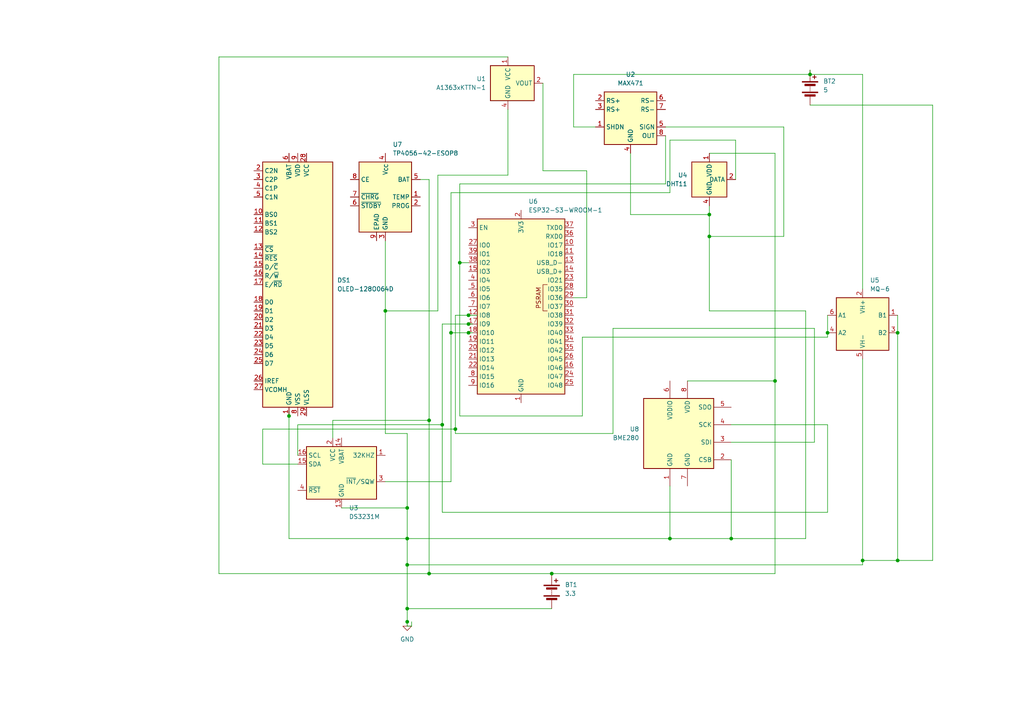
<source format=kicad_sch>
(kicad_sch
	(version 20250114)
	(generator "eeschema")
	(generator_version "9.0")
	(uuid "a2446349-6596-4b24-881f-8a9270b15a42")
	(paper "A4")
	(lib_symbols
		(symbol "Amplifier_Current:MAX471"
			(exclude_from_sim no)
			(in_bom yes)
			(on_board yes)
			(property "Reference" "U"
				(at -7.62 8.89 0)
				(effects
					(font
						(size 1.27 1.27)
					)
					(justify left)
				)
			)
			(property "Value" "MAX471"
				(at 0 8.89 0)
				(effects
					(font
						(size 1.27 1.27)
					)
					(justify left)
				)
			)
			(property "Footprint" ""
				(at 0 0 0)
				(effects
					(font
						(size 1.27 1.27)
					)
					(hide yes)
				)
			)
			(property "Datasheet" "http://pdfserv.maximintegrated.com/en/ds/MAX471-MAX472.pdf"
				(at 0 0 0)
				(effects
					(font
						(size 1.27 1.27)
					)
					(hide yes)
				)
			)
			(property "Description" "Precision, High-Side, Current-Sense Amplifiers, DIP-8/SOIC-8"
				(at 0 0 0)
				(effects
					(font
						(size 1.27 1.27)
					)
					(hide yes)
				)
			)
			(property "ki_keywords" "current sense amplifier"
				(at 0 0 0)
				(effects
					(font
						(size 1.27 1.27)
					)
					(hide yes)
				)
			)
			(property "ki_fp_filters" "SOIC*3.9x4.9mm*P1.27mm* DIP*W7.62mm*"
				(at 0 0 0)
				(effects
					(font
						(size 1.27 1.27)
					)
					(hide yes)
				)
			)
			(symbol "MAX471_0_1"
				(rectangle
					(start -7.62 7.62)
					(end 7.62 -7.62)
					(stroke
						(width 0.254)
						(type default)
					)
					(fill
						(type background)
					)
				)
			)
			(symbol "MAX471_1_1"
				(pin input line
					(at -10.16 5.08 0)
					(length 2.54)
					(name "RS+"
						(effects
							(font
								(size 1.27 1.27)
							)
						)
					)
					(number "2"
						(effects
							(font
								(size 1.27 1.27)
							)
						)
					)
				)
				(pin input line
					(at -10.16 2.54 0)
					(length 2.54)
					(name "RS+"
						(effects
							(font
								(size 1.27 1.27)
							)
						)
					)
					(number "3"
						(effects
							(font
								(size 1.27 1.27)
							)
						)
					)
				)
				(pin input line
					(at -10.16 -2.54 0)
					(length 2.54)
					(name "SHDN"
						(effects
							(font
								(size 1.27 1.27)
							)
						)
					)
					(number "1"
						(effects
							(font
								(size 1.27 1.27)
							)
						)
					)
				)
				(pin power_in line
					(at 0 -10.16 90)
					(length 2.54)
					(name "GND"
						(effects
							(font
								(size 1.27 1.27)
							)
						)
					)
					(number "4"
						(effects
							(font
								(size 1.27 1.27)
							)
						)
					)
				)
				(pin input line
					(at 10.16 5.08 180)
					(length 2.54)
					(name "RS-"
						(effects
							(font
								(size 1.27 1.27)
							)
						)
					)
					(number "6"
						(effects
							(font
								(size 1.27 1.27)
							)
						)
					)
				)
				(pin input line
					(at 10.16 2.54 180)
					(length 2.54)
					(name "RS-"
						(effects
							(font
								(size 1.27 1.27)
							)
						)
					)
					(number "7"
						(effects
							(font
								(size 1.27 1.27)
							)
						)
					)
				)
				(pin open_collector line
					(at 10.16 -2.54 180)
					(length 2.54)
					(name "SIGN"
						(effects
							(font
								(size 1.27 1.27)
							)
						)
					)
					(number "5"
						(effects
							(font
								(size 1.27 1.27)
							)
						)
					)
				)
				(pin output line
					(at 10.16 -5.08 180)
					(length 2.54)
					(name "OUT"
						(effects
							(font
								(size 1.27 1.27)
							)
						)
					)
					(number "8"
						(effects
							(font
								(size 1.27 1.27)
							)
						)
					)
				)
			)
			(embedded_fonts no)
		)
		(symbol "Battery_Management:TP4056-42-ESOP8"
			(exclude_from_sim no)
			(in_bom yes)
			(on_board yes)
			(property "Reference" "U"
				(at -6.604 11.684 0)
				(effects
					(font
						(size 1.27 1.27)
					)
				)
			)
			(property "Value" "TP4056-42-ESOP8"
				(at 10.16 11.684 0)
				(effects
					(font
						(size 1.27 1.27)
					)
				)
			)
			(property "Footprint" "Package_SO:SOIC-8-1EP_3.9x4.9mm_P1.27mm_EP2.41x3.3mm_ThermalVias"
				(at 0.508 -22.86 0)
				(effects
					(font
						(size 1.27 1.27)
					)
					(hide yes)
				)
			)
			(property "Datasheet" "https://www.lcsc.com/datasheet/lcsc_datasheet_2410121619_TOPPOWER-Nanjing-Extension-Microelectronics-TP4056-42-ESOP8_C16581.pdf"
				(at 0 -25.4 0)
				(effects
					(font
						(size 1.27 1.27)
					)
					(hide yes)
				)
			)
			(property "Description" "1A Standalone Linear Li-ion/LiPo single-cell battery charger, 4.2V ±1% charge voltage, VCC = 4.0..8.0V, SOIC-8 (SOP-8)"
				(at 0.508 -20.32 0)
				(effects
					(font
						(size 1.27 1.27)
					)
					(hide yes)
				)
			)
			(property "ki_keywords" "lithium-ion lithium-polymer Li-Poly"
				(at 0 0 0)
				(effects
					(font
						(size 1.27 1.27)
					)
					(hide yes)
				)
			)
			(property "ki_fp_filters" "*SO*3.9x4.*P1.27mm*EP2.4*x3.3*mm*"
				(at 0 0 0)
				(effects
					(font
						(size 1.27 1.27)
					)
					(hide yes)
				)
			)
			(symbol "TP4056-42-ESOP8_1_0"
				(pin input line
					(at -10.16 5.08 0)
					(length 2.54)
					(name "CE"
						(effects
							(font
								(size 1.27 1.27)
							)
						)
					)
					(number "8"
						(effects
							(font
								(size 1.27 1.27)
							)
						)
					)
				)
				(pin open_collector line
					(at -10.16 0 0)
					(length 2.54)
					(name "~{CHRG}"
						(effects
							(font
								(size 1.27 1.27)
							)
						)
					)
					(number "7"
						(effects
							(font
								(size 1.27 1.27)
							)
						)
					)
				)
				(pin open_collector line
					(at -10.16 -2.54 0)
					(length 2.54)
					(name "~{STDBY}"
						(effects
							(font
								(size 1.27 1.27)
							)
						)
					)
					(number "6"
						(effects
							(font
								(size 1.27 1.27)
							)
						)
					)
				)
				(pin passive line
					(at -2.54 -12.7 90)
					(length 2.54)
					(name "EPAD"
						(effects
							(font
								(size 1.27 1.27)
							)
						)
					)
					(number "9"
						(effects
							(font
								(size 1.27 1.27)
							)
						)
					)
				)
				(pin power_in line
					(at 0 12.7 270)
					(length 2.54)
					(name "V_{CC}"
						(effects
							(font
								(size 1.27 1.27)
							)
						)
					)
					(number "4"
						(effects
							(font
								(size 1.27 1.27)
							)
						)
					)
				)
				(pin power_in line
					(at 0 -12.7 90)
					(length 2.54)
					(name "GND"
						(effects
							(font
								(size 1.27 1.27)
							)
						)
					)
					(number "3"
						(effects
							(font
								(size 1.27 1.27)
							)
						)
					)
				)
				(pin power_out line
					(at 10.16 5.08 180)
					(length 2.54)
					(name "BAT"
						(effects
							(font
								(size 1.27 1.27)
							)
						)
					)
					(number "5"
						(effects
							(font
								(size 1.27 1.27)
							)
						)
					)
				)
				(pin input line
					(at 10.16 0 180)
					(length 2.54)
					(name "TEMP"
						(effects
							(font
								(size 1.27 1.27)
							)
						)
					)
					(number "1"
						(effects
							(font
								(size 1.27 1.27)
							)
						)
					)
				)
				(pin passive line
					(at 10.16 -2.54 180)
					(length 2.54)
					(name "PROG"
						(effects
							(font
								(size 1.27 1.27)
							)
						)
					)
					(number "2"
						(effects
							(font
								(size 1.27 1.27)
							)
						)
					)
				)
			)
			(symbol "TP4056-42-ESOP8_1_1"
				(rectangle
					(start -7.62 10.16)
					(end 7.62 -10.16)
					(stroke
						(width 0.254)
						(type default)
					)
					(fill
						(type background)
					)
				)
			)
			(embedded_fonts no)
		)
		(symbol "Device:Battery"
			(pin_numbers
				(hide yes)
			)
			(pin_names
				(offset 0)
				(hide yes)
			)
			(exclude_from_sim no)
			(in_bom yes)
			(on_board yes)
			(property "Reference" "BT"
				(at 2.54 2.54 0)
				(effects
					(font
						(size 1.27 1.27)
					)
					(justify left)
				)
			)
			(property "Value" "Battery"
				(at 2.54 0 0)
				(effects
					(font
						(size 1.27 1.27)
					)
					(justify left)
				)
			)
			(property "Footprint" ""
				(at 0 1.524 90)
				(effects
					(font
						(size 1.27 1.27)
					)
					(hide yes)
				)
			)
			(property "Datasheet" "~"
				(at 0 1.524 90)
				(effects
					(font
						(size 1.27 1.27)
					)
					(hide yes)
				)
			)
			(property "Description" "Multiple-cell battery"
				(at 0 0 0)
				(effects
					(font
						(size 1.27 1.27)
					)
					(hide yes)
				)
			)
			(property "ki_keywords" "batt voltage-source cell"
				(at 0 0 0)
				(effects
					(font
						(size 1.27 1.27)
					)
					(hide yes)
				)
			)
			(symbol "Battery_0_1"
				(rectangle
					(start -2.286 1.778)
					(end 2.286 1.524)
					(stroke
						(width 0)
						(type default)
					)
					(fill
						(type outline)
					)
				)
				(rectangle
					(start -2.286 -1.27)
					(end 2.286 -1.524)
					(stroke
						(width 0)
						(type default)
					)
					(fill
						(type outline)
					)
				)
				(rectangle
					(start -1.524 1.016)
					(end 1.524 0.508)
					(stroke
						(width 0)
						(type default)
					)
					(fill
						(type outline)
					)
				)
				(rectangle
					(start -1.524 -2.032)
					(end 1.524 -2.54)
					(stroke
						(width 0)
						(type default)
					)
					(fill
						(type outline)
					)
				)
				(polyline
					(pts
						(xy 0 1.778) (xy 0 2.54)
					)
					(stroke
						(width 0)
						(type default)
					)
					(fill
						(type none)
					)
				)
				(polyline
					(pts
						(xy 0 0) (xy 0 0.254)
					)
					(stroke
						(width 0)
						(type default)
					)
					(fill
						(type none)
					)
				)
				(polyline
					(pts
						(xy 0 -0.508) (xy 0 -0.254)
					)
					(stroke
						(width 0)
						(type default)
					)
					(fill
						(type none)
					)
				)
				(polyline
					(pts
						(xy 0 -1.016) (xy 0 -0.762)
					)
					(stroke
						(width 0)
						(type default)
					)
					(fill
						(type none)
					)
				)
				(polyline
					(pts
						(xy 0.762 3.048) (xy 1.778 3.048)
					)
					(stroke
						(width 0.254)
						(type default)
					)
					(fill
						(type none)
					)
				)
				(polyline
					(pts
						(xy 1.27 3.556) (xy 1.27 2.54)
					)
					(stroke
						(width 0.254)
						(type default)
					)
					(fill
						(type none)
					)
				)
			)
			(symbol "Battery_1_1"
				(pin passive line
					(at 0 5.08 270)
					(length 2.54)
					(name "+"
						(effects
							(font
								(size 1.27 1.27)
							)
						)
					)
					(number "1"
						(effects
							(font
								(size 1.27 1.27)
							)
						)
					)
				)
				(pin passive line
					(at 0 -5.08 90)
					(length 2.54)
					(name "-"
						(effects
							(font
								(size 1.27 1.27)
							)
						)
					)
					(number "2"
						(effects
							(font
								(size 1.27 1.27)
							)
						)
					)
				)
			)
			(embedded_fonts no)
		)
		(symbol "Display_Graphic:OLED-128O064D"
			(exclude_from_sim no)
			(in_bom yes)
			(on_board yes)
			(property "Reference" "DS"
				(at -10.16 38.1 0)
				(effects
					(font
						(size 1.27 1.27)
					)
				)
			)
			(property "Value" "OLED-128O064D"
				(at 12.7 38.1 0)
				(effects
					(font
						(size 1.27 1.27)
					)
				)
			)
			(property "Footprint" "Display:OLED-128O064D"
				(at 0 0 0)
				(effects
					(font
						(size 1.27 1.27)
					)
					(hide yes)
				)
			)
			(property "Datasheet" "https://www.vishay.com/docs/37902/oled128o064dbpp3n00000.pdf"
				(at 0 20.32 0)
				(effects
					(font
						(size 1.27 1.27)
					)
					(hide yes)
				)
			)
			(property "Description" "OLED display 128x64"
				(at 0 0 0)
				(effects
					(font
						(size 1.27 1.27)
					)
					(hide yes)
				)
			)
			(property "ki_keywords" "display oled"
				(at 0 0 0)
				(effects
					(font
						(size 1.27 1.27)
					)
					(hide yes)
				)
			)
			(property "ki_fp_filters" "OLED?128O064D*"
				(at 0 0 0)
				(effects
					(font
						(size 1.27 1.27)
					)
					(hide yes)
				)
			)
			(symbol "OLED-128O064D_0_1"
				(rectangle
					(start -10.16 35.56)
					(end 10.16 -35.56)
					(stroke
						(width 0.254)
						(type default)
					)
					(fill
						(type background)
					)
				)
			)
			(symbol "OLED-128O064D_1_1"
				(pin passive line
					(at -12.7 33.02 0)
					(length 2.54)
					(name "C2N"
						(effects
							(font
								(size 1.27 1.27)
							)
						)
					)
					(number "2"
						(effects
							(font
								(size 1.27 1.27)
							)
						)
					)
				)
				(pin passive line
					(at -12.7 30.48 0)
					(length 2.54)
					(name "C2P"
						(effects
							(font
								(size 1.27 1.27)
							)
						)
					)
					(number "3"
						(effects
							(font
								(size 1.27 1.27)
							)
						)
					)
				)
				(pin passive line
					(at -12.7 27.94 0)
					(length 2.54)
					(name "C1P"
						(effects
							(font
								(size 1.27 1.27)
							)
						)
					)
					(number "4"
						(effects
							(font
								(size 1.27 1.27)
							)
						)
					)
				)
				(pin passive line
					(at -12.7 25.4 0)
					(length 2.54)
					(name "C1N"
						(effects
							(font
								(size 1.27 1.27)
							)
						)
					)
					(number "5"
						(effects
							(font
								(size 1.27 1.27)
							)
						)
					)
				)
				(pin input line
					(at -12.7 20.32 0)
					(length 2.54)
					(name "BS0"
						(effects
							(font
								(size 1.27 1.27)
							)
						)
					)
					(number "10"
						(effects
							(font
								(size 1.27 1.27)
							)
						)
					)
				)
				(pin input line
					(at -12.7 17.78 0)
					(length 2.54)
					(name "BS1"
						(effects
							(font
								(size 1.27 1.27)
							)
						)
					)
					(number "11"
						(effects
							(font
								(size 1.27 1.27)
							)
						)
					)
				)
				(pin input line
					(at -12.7 15.24 0)
					(length 2.54)
					(name "BS2"
						(effects
							(font
								(size 1.27 1.27)
							)
						)
					)
					(number "12"
						(effects
							(font
								(size 1.27 1.27)
							)
						)
					)
				)
				(pin input line
					(at -12.7 10.16 0)
					(length 2.54)
					(name "~{CS}"
						(effects
							(font
								(size 1.27 1.27)
							)
						)
					)
					(number "13"
						(effects
							(font
								(size 1.27 1.27)
							)
						)
					)
				)
				(pin input line
					(at -12.7 7.62 0)
					(length 2.54)
					(name "~{RES}"
						(effects
							(font
								(size 1.27 1.27)
							)
						)
					)
					(number "14"
						(effects
							(font
								(size 1.27 1.27)
							)
						)
					)
				)
				(pin input line
					(at -12.7 5.08 0)
					(length 2.54)
					(name "D/~{C}"
						(effects
							(font
								(size 1.27 1.27)
							)
						)
					)
					(number "15"
						(effects
							(font
								(size 1.27 1.27)
							)
						)
					)
				)
				(pin input line
					(at -12.7 2.54 0)
					(length 2.54)
					(name "R/~{W}"
						(effects
							(font
								(size 1.27 1.27)
							)
						)
					)
					(number "16"
						(effects
							(font
								(size 1.27 1.27)
							)
						)
					)
				)
				(pin input line
					(at -12.7 0 0)
					(length 2.54)
					(name "E/~{RD}"
						(effects
							(font
								(size 1.27 1.27)
							)
						)
					)
					(number "17"
						(effects
							(font
								(size 1.27 1.27)
							)
						)
					)
				)
				(pin bidirectional line
					(at -12.7 -5.08 0)
					(length 2.54)
					(name "D0"
						(effects
							(font
								(size 1.27 1.27)
							)
						)
					)
					(number "18"
						(effects
							(font
								(size 1.27 1.27)
							)
						)
					)
				)
				(pin bidirectional line
					(at -12.7 -7.62 0)
					(length 2.54)
					(name "D1"
						(effects
							(font
								(size 1.27 1.27)
							)
						)
					)
					(number "19"
						(effects
							(font
								(size 1.27 1.27)
							)
						)
					)
				)
				(pin bidirectional line
					(at -12.7 -10.16 0)
					(length 2.54)
					(name "D2"
						(effects
							(font
								(size 1.27 1.27)
							)
						)
					)
					(number "20"
						(effects
							(font
								(size 1.27 1.27)
							)
						)
					)
				)
				(pin bidirectional line
					(at -12.7 -12.7 0)
					(length 2.54)
					(name "D3"
						(effects
							(font
								(size 1.27 1.27)
							)
						)
					)
					(number "21"
						(effects
							(font
								(size 1.27 1.27)
							)
						)
					)
				)
				(pin bidirectional line
					(at -12.7 -15.24 0)
					(length 2.54)
					(name "D4"
						(effects
							(font
								(size 1.27 1.27)
							)
						)
					)
					(number "22"
						(effects
							(font
								(size 1.27 1.27)
							)
						)
					)
				)
				(pin bidirectional line
					(at -12.7 -17.78 0)
					(length 2.54)
					(name "D5"
						(effects
							(font
								(size 1.27 1.27)
							)
						)
					)
					(number "23"
						(effects
							(font
								(size 1.27 1.27)
							)
						)
					)
				)
				(pin bidirectional line
					(at -12.7 -20.32 0)
					(length 2.54)
					(name "D6"
						(effects
							(font
								(size 1.27 1.27)
							)
						)
					)
					(number "24"
						(effects
							(font
								(size 1.27 1.27)
							)
						)
					)
				)
				(pin bidirectional line
					(at -12.7 -22.86 0)
					(length 2.54)
					(name "D7"
						(effects
							(font
								(size 1.27 1.27)
							)
						)
					)
					(number "25"
						(effects
							(font
								(size 1.27 1.27)
							)
						)
					)
				)
				(pin passive line
					(at -12.7 -27.94 0)
					(length 2.54)
					(name "IREF"
						(effects
							(font
								(size 1.27 1.27)
							)
						)
					)
					(number "26"
						(effects
							(font
								(size 1.27 1.27)
							)
						)
					)
				)
				(pin passive line
					(at -12.7 -30.48 0)
					(length 2.54)
					(name "VCOMH"
						(effects
							(font
								(size 1.27 1.27)
							)
						)
					)
					(number "27"
						(effects
							(font
								(size 1.27 1.27)
							)
						)
					)
				)
				(pin power_in line
					(at -2.54 38.1 270)
					(length 2.54)
					(name "VBAT"
						(effects
							(font
								(size 1.27 1.27)
							)
						)
					)
					(number "6"
						(effects
							(font
								(size 1.27 1.27)
							)
						)
					)
				)
				(pin power_in line
					(at -2.54 -38.1 90)
					(length 2.54)
					(name "GND"
						(effects
							(font
								(size 1.27 1.27)
							)
						)
					)
					(number "1"
						(effects
							(font
								(size 1.27 1.27)
							)
						)
					)
				)
				(pin passive line
					(at -2.54 -38.1 90)
					(length 2.54)
					(hide yes)
					(name "GND"
						(effects
							(font
								(size 1.27 1.27)
							)
						)
					)
					(number "30"
						(effects
							(font
								(size 1.27 1.27)
							)
						)
					)
				)
				(pin power_in line
					(at 0 38.1 270)
					(length 2.54)
					(name "VDD"
						(effects
							(font
								(size 1.27 1.27)
							)
						)
					)
					(number "9"
						(effects
							(font
								(size 1.27 1.27)
							)
						)
					)
				)
				(pin power_in line
					(at 0 -38.1 90)
					(length 2.54)
					(name "VSS"
						(effects
							(font
								(size 1.27 1.27)
							)
						)
					)
					(number "8"
						(effects
							(font
								(size 1.27 1.27)
							)
						)
					)
				)
				(pin power_in line
					(at 2.54 38.1 270)
					(length 2.54)
					(name "VCC"
						(effects
							(font
								(size 1.27 1.27)
							)
						)
					)
					(number "28"
						(effects
							(font
								(size 1.27 1.27)
							)
						)
					)
				)
				(pin power_in line
					(at 2.54 -38.1 90)
					(length 2.54)
					(name "VLSS"
						(effects
							(font
								(size 1.27 1.27)
							)
						)
					)
					(number "29"
						(effects
							(font
								(size 1.27 1.27)
							)
						)
					)
				)
				(pin no_connect line
					(at 10.16 0 180)
					(length 2.54)
					(hide yes)
					(name "NC"
						(effects
							(font
								(size 1.27 1.27)
							)
						)
					)
					(number "7"
						(effects
							(font
								(size 1.27 1.27)
							)
						)
					)
				)
			)
			(embedded_fonts no)
		)
		(symbol "RF_Module:ESP32-S3-WROOM-1"
			(exclude_from_sim no)
			(in_bom yes)
			(on_board yes)
			(property "Reference" "U"
				(at -12.7 26.67 0)
				(effects
					(font
						(size 1.27 1.27)
					)
				)
			)
			(property "Value" "ESP32-S3-WROOM-1"
				(at 12.7 26.67 0)
				(effects
					(font
						(size 1.27 1.27)
					)
				)
			)
			(property "Footprint" "RF_Module:ESP32-S3-WROOM-1"
				(at 0 2.54 0)
				(effects
					(font
						(size 1.27 1.27)
					)
					(hide yes)
				)
			)
			(property "Datasheet" "https://www.espressif.com/sites/default/files/documentation/esp32-s3-wroom-1_wroom-1u_datasheet_en.pdf"
				(at 0 0 0)
				(effects
					(font
						(size 1.27 1.27)
					)
					(hide yes)
				)
			)
			(property "Description" "RF Module, ESP32-S3 SoC, Wi-Fi 802.11b/g/n, Bluetooth, BLE, 32-bit, 3.3V, onboard antenna, SMD"
				(at 0 0 0)
				(effects
					(font
						(size 1.27 1.27)
					)
					(hide yes)
				)
			)
			(property "ki_keywords" "RF Radio BT ESP ESP32-S3 Espressif onboard PCB antenna"
				(at 0 0 0)
				(effects
					(font
						(size 1.27 1.27)
					)
					(hide yes)
				)
			)
			(property "ki_fp_filters" "ESP32?S3?WROOM?1*"
				(at 0 0 0)
				(effects
					(font
						(size 1.27 1.27)
					)
					(hide yes)
				)
			)
			(symbol "ESP32-S3-WROOM-1_0_0"
				(rectangle
					(start -12.7 25.4)
					(end 12.7 -25.4)
					(stroke
						(width 0.254)
						(type default)
					)
					(fill
						(type background)
					)
				)
				(text "PSRAM"
					(at 5.08 2.54 900)
					(effects
						(font
							(size 1.27 1.27)
						)
					)
				)
			)
			(symbol "ESP32-S3-WROOM-1_0_1"
				(polyline
					(pts
						(xy 7.62 -1.27) (xy 6.35 -1.27) (xy 6.35 6.35) (xy 7.62 6.35)
					)
					(stroke
						(width 0)
						(type default)
					)
					(fill
						(type none)
					)
				)
			)
			(symbol "ESP32-S3-WROOM-1_1_1"
				(pin input line
					(at -15.24 22.86 0)
					(length 2.54)
					(name "EN"
						(effects
							(font
								(size 1.27 1.27)
							)
						)
					)
					(number "3"
						(effects
							(font
								(size 1.27 1.27)
							)
						)
					)
				)
				(pin bidirectional line
					(at -15.24 17.78 0)
					(length 2.54)
					(name "IO0"
						(effects
							(font
								(size 1.27 1.27)
							)
						)
					)
					(number "27"
						(effects
							(font
								(size 1.27 1.27)
							)
						)
					)
				)
				(pin bidirectional line
					(at -15.24 15.24 0)
					(length 2.54)
					(name "IO1"
						(effects
							(font
								(size 1.27 1.27)
							)
						)
					)
					(number "39"
						(effects
							(font
								(size 1.27 1.27)
							)
						)
					)
				)
				(pin bidirectional line
					(at -15.24 12.7 0)
					(length 2.54)
					(name "IO2"
						(effects
							(font
								(size 1.27 1.27)
							)
						)
					)
					(number "38"
						(effects
							(font
								(size 1.27 1.27)
							)
						)
					)
				)
				(pin bidirectional line
					(at -15.24 10.16 0)
					(length 2.54)
					(name "IO3"
						(effects
							(font
								(size 1.27 1.27)
							)
						)
					)
					(number "15"
						(effects
							(font
								(size 1.27 1.27)
							)
						)
					)
				)
				(pin bidirectional line
					(at -15.24 7.62 0)
					(length 2.54)
					(name "IO4"
						(effects
							(font
								(size 1.27 1.27)
							)
						)
					)
					(number "4"
						(effects
							(font
								(size 1.27 1.27)
							)
						)
					)
				)
				(pin bidirectional line
					(at -15.24 5.08 0)
					(length 2.54)
					(name "IO5"
						(effects
							(font
								(size 1.27 1.27)
							)
						)
					)
					(number "5"
						(effects
							(font
								(size 1.27 1.27)
							)
						)
					)
				)
				(pin bidirectional line
					(at -15.24 2.54 0)
					(length 2.54)
					(name "IO6"
						(effects
							(font
								(size 1.27 1.27)
							)
						)
					)
					(number "6"
						(effects
							(font
								(size 1.27 1.27)
							)
						)
					)
				)
				(pin bidirectional line
					(at -15.24 0 0)
					(length 2.54)
					(name "IO7"
						(effects
							(font
								(size 1.27 1.27)
							)
						)
					)
					(number "7"
						(effects
							(font
								(size 1.27 1.27)
							)
						)
					)
				)
				(pin bidirectional line
					(at -15.24 -2.54 0)
					(length 2.54)
					(name "IO8"
						(effects
							(font
								(size 1.27 1.27)
							)
						)
					)
					(number "12"
						(effects
							(font
								(size 1.27 1.27)
							)
						)
					)
				)
				(pin bidirectional line
					(at -15.24 -5.08 0)
					(length 2.54)
					(name "IO9"
						(effects
							(font
								(size 1.27 1.27)
							)
						)
					)
					(number "17"
						(effects
							(font
								(size 1.27 1.27)
							)
						)
					)
				)
				(pin bidirectional line
					(at -15.24 -7.62 0)
					(length 2.54)
					(name "IO10"
						(effects
							(font
								(size 1.27 1.27)
							)
						)
					)
					(number "18"
						(effects
							(font
								(size 1.27 1.27)
							)
						)
					)
				)
				(pin bidirectional line
					(at -15.24 -10.16 0)
					(length 2.54)
					(name "IO11"
						(effects
							(font
								(size 1.27 1.27)
							)
						)
					)
					(number "19"
						(effects
							(font
								(size 1.27 1.27)
							)
						)
					)
				)
				(pin bidirectional line
					(at -15.24 -12.7 0)
					(length 2.54)
					(name "IO12"
						(effects
							(font
								(size 1.27 1.27)
							)
						)
					)
					(number "20"
						(effects
							(font
								(size 1.27 1.27)
							)
						)
					)
				)
				(pin bidirectional line
					(at -15.24 -15.24 0)
					(length 2.54)
					(name "IO13"
						(effects
							(font
								(size 1.27 1.27)
							)
						)
					)
					(number "21"
						(effects
							(font
								(size 1.27 1.27)
							)
						)
					)
				)
				(pin bidirectional line
					(at -15.24 -17.78 0)
					(length 2.54)
					(name "IO14"
						(effects
							(font
								(size 1.27 1.27)
							)
						)
					)
					(number "22"
						(effects
							(font
								(size 1.27 1.27)
							)
						)
					)
				)
				(pin bidirectional line
					(at -15.24 -20.32 0)
					(length 2.54)
					(name "IO15"
						(effects
							(font
								(size 1.27 1.27)
							)
						)
					)
					(number "8"
						(effects
							(font
								(size 1.27 1.27)
							)
						)
					)
				)
				(pin bidirectional line
					(at -15.24 -22.86 0)
					(length 2.54)
					(name "IO16"
						(effects
							(font
								(size 1.27 1.27)
							)
						)
					)
					(number "9"
						(effects
							(font
								(size 1.27 1.27)
							)
						)
					)
				)
				(pin power_in line
					(at 0 27.94 270)
					(length 2.54)
					(name "3V3"
						(effects
							(font
								(size 1.27 1.27)
							)
						)
					)
					(number "2"
						(effects
							(font
								(size 1.27 1.27)
							)
						)
					)
				)
				(pin power_in line
					(at 0 -27.94 90)
					(length 2.54)
					(name "GND"
						(effects
							(font
								(size 1.27 1.27)
							)
						)
					)
					(number "1"
						(effects
							(font
								(size 1.27 1.27)
							)
						)
					)
				)
				(pin passive line
					(at 0 -27.94 90)
					(length 2.54)
					(hide yes)
					(name "GND"
						(effects
							(font
								(size 1.27 1.27)
							)
						)
					)
					(number "40"
						(effects
							(font
								(size 1.27 1.27)
							)
						)
					)
				)
				(pin passive line
					(at 0 -27.94 90)
					(length 2.54)
					(hide yes)
					(name "GND"
						(effects
							(font
								(size 1.27 1.27)
							)
						)
					)
					(number "41"
						(effects
							(font
								(size 1.27 1.27)
							)
						)
					)
				)
				(pin bidirectional line
					(at 15.24 22.86 180)
					(length 2.54)
					(name "TXD0"
						(effects
							(font
								(size 1.27 1.27)
							)
						)
					)
					(number "37"
						(effects
							(font
								(size 1.27 1.27)
							)
						)
					)
				)
				(pin bidirectional line
					(at 15.24 20.32 180)
					(length 2.54)
					(name "RXD0"
						(effects
							(font
								(size 1.27 1.27)
							)
						)
					)
					(number "36"
						(effects
							(font
								(size 1.27 1.27)
							)
						)
					)
				)
				(pin bidirectional line
					(at 15.24 17.78 180)
					(length 2.54)
					(name "IO17"
						(effects
							(font
								(size 1.27 1.27)
							)
						)
					)
					(number "10"
						(effects
							(font
								(size 1.27 1.27)
							)
						)
					)
				)
				(pin bidirectional line
					(at 15.24 15.24 180)
					(length 2.54)
					(name "IO18"
						(effects
							(font
								(size 1.27 1.27)
							)
						)
					)
					(number "11"
						(effects
							(font
								(size 1.27 1.27)
							)
						)
					)
				)
				(pin bidirectional line
					(at 15.24 12.7 180)
					(length 2.54)
					(name "USB_D-"
						(effects
							(font
								(size 1.27 1.27)
							)
						)
					)
					(number "13"
						(effects
							(font
								(size 1.27 1.27)
							)
						)
					)
					(alternate "IO19" bidirectional line)
				)
				(pin bidirectional line
					(at 15.24 10.16 180)
					(length 2.54)
					(name "USB_D+"
						(effects
							(font
								(size 1.27 1.27)
							)
						)
					)
					(number "14"
						(effects
							(font
								(size 1.27 1.27)
							)
						)
					)
					(alternate "IO20" bidirectional line)
				)
				(pin bidirectional line
					(at 15.24 7.62 180)
					(length 2.54)
					(name "IO21"
						(effects
							(font
								(size 1.27 1.27)
							)
						)
					)
					(number "23"
						(effects
							(font
								(size 1.27 1.27)
							)
						)
					)
				)
				(pin bidirectional line
					(at 15.24 5.08 180)
					(length 2.54)
					(name "IO35"
						(effects
							(font
								(size 1.27 1.27)
							)
						)
					)
					(number "28"
						(effects
							(font
								(size 1.27 1.27)
							)
						)
					)
				)
				(pin bidirectional line
					(at 15.24 2.54 180)
					(length 2.54)
					(name "IO36"
						(effects
							(font
								(size 1.27 1.27)
							)
						)
					)
					(number "29"
						(effects
							(font
								(size 1.27 1.27)
							)
						)
					)
				)
				(pin bidirectional line
					(at 15.24 0 180)
					(length 2.54)
					(name "IO37"
						(effects
							(font
								(size 1.27 1.27)
							)
						)
					)
					(number "30"
						(effects
							(font
								(size 1.27 1.27)
							)
						)
					)
				)
				(pin bidirectional line
					(at 15.24 -2.54 180)
					(length 2.54)
					(name "IO38"
						(effects
							(font
								(size 1.27 1.27)
							)
						)
					)
					(number "31"
						(effects
							(font
								(size 1.27 1.27)
							)
						)
					)
				)
				(pin bidirectional line
					(at 15.24 -5.08 180)
					(length 2.54)
					(name "IO39"
						(effects
							(font
								(size 1.27 1.27)
							)
						)
					)
					(number "32"
						(effects
							(font
								(size 1.27 1.27)
							)
						)
					)
				)
				(pin bidirectional line
					(at 15.24 -7.62 180)
					(length 2.54)
					(name "IO40"
						(effects
							(font
								(size 1.27 1.27)
							)
						)
					)
					(number "33"
						(effects
							(font
								(size 1.27 1.27)
							)
						)
					)
				)
				(pin bidirectional line
					(at 15.24 -10.16 180)
					(length 2.54)
					(name "IO41"
						(effects
							(font
								(size 1.27 1.27)
							)
						)
					)
					(number "34"
						(effects
							(font
								(size 1.27 1.27)
							)
						)
					)
				)
				(pin bidirectional line
					(at 15.24 -12.7 180)
					(length 2.54)
					(name "IO42"
						(effects
							(font
								(size 1.27 1.27)
							)
						)
					)
					(number "35"
						(effects
							(font
								(size 1.27 1.27)
							)
						)
					)
				)
				(pin bidirectional line
					(at 15.24 -15.24 180)
					(length 2.54)
					(name "IO45"
						(effects
							(font
								(size 1.27 1.27)
							)
						)
					)
					(number "26"
						(effects
							(font
								(size 1.27 1.27)
							)
						)
					)
				)
				(pin bidirectional line
					(at 15.24 -17.78 180)
					(length 2.54)
					(name "IO46"
						(effects
							(font
								(size 1.27 1.27)
							)
						)
					)
					(number "16"
						(effects
							(font
								(size 1.27 1.27)
							)
						)
					)
				)
				(pin bidirectional line
					(at 15.24 -20.32 180)
					(length 2.54)
					(name "IO47"
						(effects
							(font
								(size 1.27 1.27)
							)
						)
					)
					(number "24"
						(effects
							(font
								(size 1.27 1.27)
							)
						)
					)
				)
				(pin bidirectional line
					(at 15.24 -22.86 180)
					(length 2.54)
					(name "IO48"
						(effects
							(font
								(size 1.27 1.27)
							)
						)
					)
					(number "25"
						(effects
							(font
								(size 1.27 1.27)
							)
						)
					)
				)
			)
			(embedded_fonts no)
		)
		(symbol "Sensor:BME280"
			(exclude_from_sim no)
			(in_bom yes)
			(on_board yes)
			(property "Reference" "U"
				(at -8.89 11.43 0)
				(effects
					(font
						(size 1.27 1.27)
					)
				)
			)
			(property "Value" "BME280"
				(at 7.62 11.43 0)
				(effects
					(font
						(size 1.27 1.27)
					)
				)
			)
			(property "Footprint" "Package_LGA:Bosch_LGA-8_2.5x2.5mm_P0.65mm_ClockwisePinNumbering"
				(at 38.1 -11.43 0)
				(effects
					(font
						(size 1.27 1.27)
					)
					(hide yes)
				)
			)
			(property "Datasheet" "https://www.bosch-sensortec.com/media/boschsensortec/downloads/datasheets/bst-bme280-ds002.pdf"
				(at 0 -5.08 0)
				(effects
					(font
						(size 1.27 1.27)
					)
					(hide yes)
				)
			)
			(property "Description" "3-in-1 sensor, humidity, pressure, temperature, I2C and SPI interface, 1.71-3.6V, LGA-8"
				(at 0 0 0)
				(effects
					(font
						(size 1.27 1.27)
					)
					(hide yes)
				)
			)
			(property "ki_keywords" "Bosch pressure humidity temperature environment environmental measurement digital"
				(at 0 0 0)
				(effects
					(font
						(size 1.27 1.27)
					)
					(hide yes)
				)
			)
			(property "ki_fp_filters" "*LGA*2.5x2.5mm*P0.65mm*Clockwise*"
				(at 0 0 0)
				(effects
					(font
						(size 1.27 1.27)
					)
					(hide yes)
				)
			)
			(symbol "BME280_0_1"
				(rectangle
					(start -10.16 10.16)
					(end 10.16 -10.16)
					(stroke
						(width 0.254)
						(type default)
					)
					(fill
						(type background)
					)
				)
			)
			(symbol "BME280_1_1"
				(pin power_in line
					(at -2.54 15.24 270)
					(length 5.08)
					(name "VDDIO"
						(effects
							(font
								(size 1.27 1.27)
							)
						)
					)
					(number "6"
						(effects
							(font
								(size 1.27 1.27)
							)
						)
					)
				)
				(pin power_in line
					(at -2.54 -15.24 90)
					(length 5.08)
					(name "GND"
						(effects
							(font
								(size 1.27 1.27)
							)
						)
					)
					(number "1"
						(effects
							(font
								(size 1.27 1.27)
							)
						)
					)
				)
				(pin power_in line
					(at 2.54 15.24 270)
					(length 5.08)
					(name "VDD"
						(effects
							(font
								(size 1.27 1.27)
							)
						)
					)
					(number "8"
						(effects
							(font
								(size 1.27 1.27)
							)
						)
					)
				)
				(pin power_in line
					(at 2.54 -15.24 90)
					(length 5.08)
					(name "GND"
						(effects
							(font
								(size 1.27 1.27)
							)
						)
					)
					(number "7"
						(effects
							(font
								(size 1.27 1.27)
							)
						)
					)
				)
				(pin bidirectional line
					(at 15.24 7.62 180)
					(length 5.08)
					(name "SDO"
						(effects
							(font
								(size 1.27 1.27)
							)
						)
					)
					(number "5"
						(effects
							(font
								(size 1.27 1.27)
							)
						)
					)
				)
				(pin input line
					(at 15.24 2.54 180)
					(length 5.08)
					(name "SCK"
						(effects
							(font
								(size 1.27 1.27)
							)
						)
					)
					(number "4"
						(effects
							(font
								(size 1.27 1.27)
							)
						)
					)
				)
				(pin bidirectional line
					(at 15.24 -2.54 180)
					(length 5.08)
					(name "SDI"
						(effects
							(font
								(size 1.27 1.27)
							)
						)
					)
					(number "3"
						(effects
							(font
								(size 1.27 1.27)
							)
						)
					)
				)
				(pin input line
					(at 15.24 -7.62 180)
					(length 5.08)
					(name "CSB"
						(effects
							(font
								(size 1.27 1.27)
							)
						)
					)
					(number "2"
						(effects
							(font
								(size 1.27 1.27)
							)
						)
					)
				)
			)
			(embedded_fonts no)
		)
		(symbol "Sensor:DHT11"
			(exclude_from_sim no)
			(in_bom yes)
			(on_board yes)
			(property "Reference" "U"
				(at -3.81 6.35 0)
				(effects
					(font
						(size 1.27 1.27)
					)
				)
			)
			(property "Value" "DHT11"
				(at 3.81 6.35 0)
				(effects
					(font
						(size 1.27 1.27)
					)
				)
			)
			(property "Footprint" "Sensor:Aosong_DHT11_5.5x12.0_P2.54mm"
				(at 0 -10.16 0)
				(effects
					(font
						(size 1.27 1.27)
					)
					(hide yes)
				)
			)
			(property "Datasheet" "http://akizukidenshi.com/download/ds/aosong/DHT11.pdf"
				(at 3.81 6.35 0)
				(effects
					(font
						(size 1.27 1.27)
					)
					(hide yes)
				)
			)
			(property "Description" "3.3V to 5.5V, temperature and humidity module, DHT11"
				(at 0 0 0)
				(effects
					(font
						(size 1.27 1.27)
					)
					(hide yes)
				)
			)
			(property "ki_keywords" "digital sensor"
				(at 0 0 0)
				(effects
					(font
						(size 1.27 1.27)
					)
					(hide yes)
				)
			)
			(property "ki_fp_filters" "Aosong*DHT11*5.5x12.0*P2.54mm*"
				(at 0 0 0)
				(effects
					(font
						(size 1.27 1.27)
					)
					(hide yes)
				)
			)
			(symbol "DHT11_0_1"
				(rectangle
					(start -5.08 5.08)
					(end 5.08 -5.08)
					(stroke
						(width 0.254)
						(type default)
					)
					(fill
						(type background)
					)
				)
			)
			(symbol "DHT11_1_1"
				(pin no_connect line
					(at -5.08 0 0)
					(length 2.54)
					(hide yes)
					(name "NC"
						(effects
							(font
								(size 1.27 1.27)
							)
						)
					)
					(number "3"
						(effects
							(font
								(size 1.27 1.27)
							)
						)
					)
				)
				(pin power_in line
					(at 0 7.62 270)
					(length 2.54)
					(name "VDD"
						(effects
							(font
								(size 1.27 1.27)
							)
						)
					)
					(number "1"
						(effects
							(font
								(size 1.27 1.27)
							)
						)
					)
				)
				(pin power_in line
					(at 0 -7.62 90)
					(length 2.54)
					(name "GND"
						(effects
							(font
								(size 1.27 1.27)
							)
						)
					)
					(number "4"
						(effects
							(font
								(size 1.27 1.27)
							)
						)
					)
				)
				(pin bidirectional line
					(at 7.62 0 180)
					(length 2.54)
					(name "DATA"
						(effects
							(font
								(size 1.27 1.27)
							)
						)
					)
					(number "2"
						(effects
							(font
								(size 1.27 1.27)
							)
						)
					)
				)
			)
			(embedded_fonts no)
		)
		(symbol "Sensor_Current:A1363xKTTN-1"
			(exclude_from_sim no)
			(in_bom yes)
			(on_board yes)
			(property "Reference" "U"
				(at 8.89 6.35 0)
				(effects
					(font
						(size 1.27 1.27)
					)
					(justify left)
				)
			)
			(property "Value" "A1363xKTTN-1"
				(at 8.89 3.81 0)
				(effects
					(font
						(size 1.27 1.27)
					)
					(justify left)
				)
			)
			(property "Footprint" "Sensor_Current:Allegro_SIP-4"
				(at 8.89 -2.54 0)
				(effects
					(font
						(size 1.27 1.27)
						(italic yes)
					)
					(justify left)
					(hide yes)
				)
			)
			(property "Datasheet" "http://www.allegromicro.com/~/media/Files/Datasheets/A1363-Datasheet.ashx?la=en"
				(at 0 0 0)
				(effects
					(font
						(size 1.27 1.27)
					)
					(hide yes)
				)
			)
			(property "Description" "Programmable Linear Hall Effect Sensor, +0.6 to +1.3mV/G, SIP-4"
				(at 0 0 0)
				(effects
					(font
						(size 1.27 1.27)
					)
					(hide yes)
				)
			)
			(property "ki_keywords" "hall effect current monitor sensor isolated"
				(at 0 0 0)
				(effects
					(font
						(size 1.27 1.27)
					)
					(hide yes)
				)
			)
			(property "ki_fp_filters" "Allegro*SIP*"
				(at 0 0 0)
				(effects
					(font
						(size 1.27 1.27)
					)
					(hide yes)
				)
			)
			(symbol "A1363xKTTN-1_0_1"
				(rectangle
					(start -5.08 5.08)
					(end 7.62 -5.08)
					(stroke
						(width 0.254)
						(type default)
					)
					(fill
						(type background)
					)
				)
			)
			(symbol "A1363xKTTN-1_1_1"
				(pin power_in line
					(at 0 7.62 270)
					(length 2.54)
					(name "VCC"
						(effects
							(font
								(size 1.27 1.27)
							)
						)
					)
					(number "1"
						(effects
							(font
								(size 1.27 1.27)
							)
						)
					)
				)
				(pin power_in line
					(at 0 -7.62 90)
					(length 2.54)
					(name "GND"
						(effects
							(font
								(size 1.27 1.27)
							)
						)
					)
					(number "4"
						(effects
							(font
								(size 1.27 1.27)
							)
						)
					)
				)
				(pin no_connect line
					(at 7.62 -2.54 180)
					(length 2.54)
					(hide yes)
					(name "NC"
						(effects
							(font
								(size 1.27 1.27)
							)
						)
					)
					(number "3"
						(effects
							(font
								(size 1.27 1.27)
							)
						)
					)
				)
				(pin output line
					(at 10.16 0 180)
					(length 2.54)
					(name "VOUT"
						(effects
							(font
								(size 1.27 1.27)
							)
						)
					)
					(number "2"
						(effects
							(font
								(size 1.27 1.27)
							)
						)
					)
				)
			)
			(embedded_fonts no)
		)
		(symbol "Sensor_Gas:MQ-6"
			(exclude_from_sim no)
			(in_bom yes)
			(on_board yes)
			(property "Reference" "U"
				(at -6.35 8.89 0)
				(effects
					(font
						(size 1.27 1.27)
					)
				)
			)
			(property "Value" "MQ-6"
				(at 3.81 8.89 0)
				(effects
					(font
						(size 1.27 1.27)
					)
				)
			)
			(property "Footprint" "Sensor:MQ-6"
				(at 1.27 -11.43 0)
				(effects
					(font
						(size 1.27 1.27)
					)
					(hide yes)
				)
			)
			(property "Datasheet" "https://www.winsen-sensor.com/d/files/semiconductor/mq-6.pdf"
				(at 0 6.35 0)
				(effects
					(font
						(size 1.27 1.27)
					)
					(hide yes)
				)
			)
			(property "Description" "Semiconductor Sensor for Flammable Gas"
				(at 0 0 0)
				(effects
					(font
						(size 1.27 1.27)
					)
					(hide yes)
				)
			)
			(property "ki_keywords" "flammable gas sensor LPG"
				(at 0 0 0)
				(effects
					(font
						(size 1.27 1.27)
					)
					(hide yes)
				)
			)
			(property "ki_fp_filters" "*MQ*6*"
				(at 0 0 0)
				(effects
					(font
						(size 1.27 1.27)
					)
					(hide yes)
				)
			)
			(symbol "MQ-6_0_1"
				(rectangle
					(start -7.62 7.62)
					(end 7.62 -7.62)
					(stroke
						(width 0.254)
						(type default)
					)
					(fill
						(type background)
					)
				)
			)
			(symbol "MQ-6_1_1"
				(pin passive line
					(at -10.16 2.54 0)
					(length 2.54)
					(name "A1"
						(effects
							(font
								(size 1.27 1.27)
							)
						)
					)
					(number "6"
						(effects
							(font
								(size 1.27 1.27)
							)
						)
					)
				)
				(pin passive line
					(at -10.16 -2.54 0)
					(length 2.54)
					(name "A2"
						(effects
							(font
								(size 1.27 1.27)
							)
						)
					)
					(number "4"
						(effects
							(font
								(size 1.27 1.27)
							)
						)
					)
				)
				(pin power_in line
					(at 0 10.16 270)
					(length 2.54)
					(name "VH+"
						(effects
							(font
								(size 1.27 1.27)
							)
						)
					)
					(number "2"
						(effects
							(font
								(size 1.27 1.27)
							)
						)
					)
				)
				(pin power_in line
					(at 0 -10.16 90)
					(length 2.54)
					(name "VH-"
						(effects
							(font
								(size 1.27 1.27)
							)
						)
					)
					(number "5"
						(effects
							(font
								(size 1.27 1.27)
							)
						)
					)
				)
				(pin passive line
					(at 10.16 2.54 180)
					(length 2.54)
					(name "B1"
						(effects
							(font
								(size 1.27 1.27)
							)
						)
					)
					(number "1"
						(effects
							(font
								(size 1.27 1.27)
							)
						)
					)
				)
				(pin passive line
					(at 10.16 -2.54 180)
					(length 2.54)
					(name "B2"
						(effects
							(font
								(size 1.27 1.27)
							)
						)
					)
					(number "3"
						(effects
							(font
								(size 1.27 1.27)
							)
						)
					)
				)
			)
			(embedded_fonts no)
		)
		(symbol "Timer_RTC:DS3231M"
			(exclude_from_sim no)
			(in_bom yes)
			(on_board yes)
			(property "Reference" "U"
				(at -7.62 8.89 0)
				(effects
					(font
						(size 1.27 1.27)
					)
					(justify right)
				)
			)
			(property "Value" "DS3231M"
				(at 10.16 8.89 0)
				(effects
					(font
						(size 1.27 1.27)
					)
					(justify right)
				)
			)
			(property "Footprint" "Package_SO:SOIC-16W_7.5x10.3mm_P1.27mm"
				(at 0 -15.24 0)
				(effects
					(font
						(size 1.27 1.27)
					)
					(hide yes)
				)
			)
			(property "Datasheet" "http://datasheets.maximintegrated.com/en/ds/DS3231.pdf"
				(at 6.858 1.27 0)
				(effects
					(font
						(size 1.27 1.27)
					)
					(hide yes)
				)
			)
			(property "Description" "Extremely Accurate I2C-Integrated RTC/TCXO/Crystal SOIC-16"
				(at 0 0 0)
				(effects
					(font
						(size 1.27 1.27)
					)
					(hide yes)
				)
			)
			(property "ki_keywords" "RTC TCXO Realtime Time Clock Crystal Oscillator I2C"
				(at 0 0 0)
				(effects
					(font
						(size 1.27 1.27)
					)
					(hide yes)
				)
			)
			(property "ki_fp_filters" "SOIC*7.5x10.3mm*P1.27mm*"
				(at 0 0 0)
				(effects
					(font
						(size 1.27 1.27)
					)
					(hide yes)
				)
			)
			(symbol "DS3231M_0_1"
				(rectangle
					(start -10.16 7.62)
					(end 10.16 -7.62)
					(stroke
						(width 0.254)
						(type default)
					)
					(fill
						(type background)
					)
				)
			)
			(symbol "DS3231M_1_1"
				(pin input line
					(at -12.7 5.08 0)
					(length 2.54)
					(name "SCL"
						(effects
							(font
								(size 1.27 1.27)
							)
						)
					)
					(number "16"
						(effects
							(font
								(size 1.27 1.27)
							)
						)
					)
				)
				(pin bidirectional line
					(at -12.7 2.54 0)
					(length 2.54)
					(name "SDA"
						(effects
							(font
								(size 1.27 1.27)
							)
						)
					)
					(number "15"
						(effects
							(font
								(size 1.27 1.27)
							)
						)
					)
				)
				(pin bidirectional line
					(at -12.7 -5.08 0)
					(length 2.54)
					(name "~{RST}"
						(effects
							(font
								(size 1.27 1.27)
							)
						)
					)
					(number "4"
						(effects
							(font
								(size 1.27 1.27)
							)
						)
					)
				)
				(pin power_in line
					(at -2.54 10.16 270)
					(length 2.54)
					(name "VCC"
						(effects
							(font
								(size 1.27 1.27)
							)
						)
					)
					(number "2"
						(effects
							(font
								(size 1.27 1.27)
							)
						)
					)
				)
				(pin power_in line
					(at 0 10.16 270)
					(length 2.54)
					(name "VBAT"
						(effects
							(font
								(size 1.27 1.27)
							)
						)
					)
					(number "14"
						(effects
							(font
								(size 1.27 1.27)
							)
						)
					)
				)
				(pin passive line
					(at 0 -10.16 90)
					(length 2.54)
					(hide yes)
					(name "GND"
						(effects
							(font
								(size 1.27 1.27)
							)
						)
					)
					(number "10"
						(effects
							(font
								(size 1.27 1.27)
							)
						)
					)
				)
				(pin passive line
					(at 0 -10.16 90)
					(length 2.54)
					(hide yes)
					(name "GND"
						(effects
							(font
								(size 1.27 1.27)
							)
						)
					)
					(number "11"
						(effects
							(font
								(size 1.27 1.27)
							)
						)
					)
				)
				(pin passive line
					(at 0 -10.16 90)
					(length 2.54)
					(hide yes)
					(name "GND"
						(effects
							(font
								(size 1.27 1.27)
							)
						)
					)
					(number "12"
						(effects
							(font
								(size 1.27 1.27)
							)
						)
					)
				)
				(pin power_in line
					(at 0 -10.16 90)
					(length 2.54)
					(name "GND"
						(effects
							(font
								(size 1.27 1.27)
							)
						)
					)
					(number "13"
						(effects
							(font
								(size 1.27 1.27)
							)
						)
					)
				)
				(pin passive line
					(at 0 -10.16 90)
					(length 2.54)
					(hide yes)
					(name "GND"
						(effects
							(font
								(size 1.27 1.27)
							)
						)
					)
					(number "5"
						(effects
							(font
								(size 1.27 1.27)
							)
						)
					)
				)
				(pin passive line
					(at 0 -10.16 90)
					(length 2.54)
					(hide yes)
					(name "GND"
						(effects
							(font
								(size 1.27 1.27)
							)
						)
					)
					(number "6"
						(effects
							(font
								(size 1.27 1.27)
							)
						)
					)
				)
				(pin passive line
					(at 0 -10.16 90)
					(length 2.54)
					(hide yes)
					(name "GND"
						(effects
							(font
								(size 1.27 1.27)
							)
						)
					)
					(number "7"
						(effects
							(font
								(size 1.27 1.27)
							)
						)
					)
				)
				(pin passive line
					(at 0 -10.16 90)
					(length 2.54)
					(hide yes)
					(name "GND"
						(effects
							(font
								(size 1.27 1.27)
							)
						)
					)
					(number "8"
						(effects
							(font
								(size 1.27 1.27)
							)
						)
					)
				)
				(pin passive line
					(at 0 -10.16 90)
					(length 2.54)
					(hide yes)
					(name "GND"
						(effects
							(font
								(size 1.27 1.27)
							)
						)
					)
					(number "9"
						(effects
							(font
								(size 1.27 1.27)
							)
						)
					)
				)
				(pin open_collector line
					(at 12.7 5.08 180)
					(length 2.54)
					(name "32KHZ"
						(effects
							(font
								(size 1.27 1.27)
							)
						)
					)
					(number "1"
						(effects
							(font
								(size 1.27 1.27)
							)
						)
					)
				)
				(pin open_collector line
					(at 12.7 -2.54 180)
					(length 2.54)
					(name "~{INT}/SQW"
						(effects
							(font
								(size 1.27 1.27)
							)
						)
					)
					(number "3"
						(effects
							(font
								(size 1.27 1.27)
							)
						)
					)
				)
			)
			(embedded_fonts no)
		)
		(symbol "power:GND"
			(power)
			(pin_numbers
				(hide yes)
			)
			(pin_names
				(offset 0)
				(hide yes)
			)
			(exclude_from_sim no)
			(in_bom yes)
			(on_board yes)
			(property "Reference" "#PWR"
				(at 0 -6.35 0)
				(effects
					(font
						(size 1.27 1.27)
					)
					(hide yes)
				)
			)
			(property "Value" "GND"
				(at 0 -3.81 0)
				(effects
					(font
						(size 1.27 1.27)
					)
				)
			)
			(property "Footprint" ""
				(at 0 0 0)
				(effects
					(font
						(size 1.27 1.27)
					)
					(hide yes)
				)
			)
			(property "Datasheet" ""
				(at 0 0 0)
				(effects
					(font
						(size 1.27 1.27)
					)
					(hide yes)
				)
			)
			(property "Description" "Power symbol creates a global label with name \"GND\" , ground"
				(at 0 0 0)
				(effects
					(font
						(size 1.27 1.27)
					)
					(hide yes)
				)
			)
			(property "ki_keywords" "global power"
				(at 0 0 0)
				(effects
					(font
						(size 1.27 1.27)
					)
					(hide yes)
				)
			)
			(symbol "GND_0_1"
				(polyline
					(pts
						(xy 0 0) (xy 0 -1.27) (xy 1.27 -1.27) (xy 0 -2.54) (xy -1.27 -1.27) (xy 0 -1.27)
					)
					(stroke
						(width 0)
						(type default)
					)
					(fill
						(type none)
					)
				)
			)
			(symbol "GND_1_1"
				(pin power_in line
					(at 0 0 270)
					(length 0)
					(name "~"
						(effects
							(font
								(size 1.27 1.27)
							)
						)
					)
					(number "1"
						(effects
							(font
								(size 1.27 1.27)
							)
						)
					)
				)
			)
			(embedded_fonts no)
		)
	)
	(junction
		(at 212.09 156.21)
		(diameter 0)
		(color 0 0 0 0)
		(uuid "0145c5f9-939f-499d-a0e2-83c73505f519")
	)
	(junction
		(at 130.81 96.52)
		(diameter 0)
		(color 0 0 0 0)
		(uuid "0711ad6d-5055-445e-959a-f82d318a2305")
	)
	(junction
		(at 111.76 90.17)
		(diameter 0)
		(color 0 0 0 0)
		(uuid "0c574969-6c2f-4fb3-b4b6-1f5d68178d9e")
	)
	(junction
		(at 83.82 120.65)
		(diameter 0)
		(color 0 0 0 0)
		(uuid "12be660d-d2c6-43c7-b0d9-dedce4d7a3e6")
	)
	(junction
		(at 132.08 124.46)
		(diameter 0)
		(color 0 0 0 0)
		(uuid "240a1e77-2886-49b2-b1c4-8b64994ebd66")
	)
	(junction
		(at 205.74 68.58)
		(diameter 0)
		(color 0 0 0 0)
		(uuid "36767af0-cf54-4aaf-8e88-39a9bde7ddba")
	)
	(junction
		(at 234.95 21.59)
		(diameter 0)
		(color 0 0 0 0)
		(uuid "3850eae4-54a5-460a-bcbc-c815f5ce14af")
	)
	(junction
		(at 224.79 110.49)
		(diameter 0)
		(color 0 0 0 0)
		(uuid "3b4febbc-8776-458e-8fb9-f15ae7741549")
	)
	(junction
		(at 194.31 156.21)
		(diameter 0)
		(color 0 0 0 0)
		(uuid "3fe9875f-96d3-4404-9482-35692f465dba")
	)
	(junction
		(at 118.11 147.32)
		(diameter 0)
		(color 0 0 0 0)
		(uuid "42a79922-16c8-4ffe-9340-032e58b9d042")
	)
	(junction
		(at 250.19 162.56)
		(diameter 0)
		(color 0 0 0 0)
		(uuid "452a4335-341f-405f-9694-708a2b3e2b60")
	)
	(junction
		(at 135.89 91.44)
		(diameter 0)
		(color 0 0 0 0)
		(uuid "4d8171f1-6a20-45cb-871b-56a4956cba0e")
	)
	(junction
		(at 118.11 180.34)
		(diameter 0)
		(color 0 0 0 0)
		(uuid "5f132a27-b7b6-46a2-8105-48daec70b1ac")
	)
	(junction
		(at 240.03 96.52)
		(diameter 0)
		(color 0 0 0 0)
		(uuid "8772f8d0-729d-42f0-927e-3de672fa3c83")
	)
	(junction
		(at 118.11 163.83)
		(diameter 0)
		(color 0 0 0 0)
		(uuid "89a26d1e-1f56-4a34-8af3-39f8698af16e")
	)
	(junction
		(at 135.89 96.52)
		(diameter 0)
		(color 0 0 0 0)
		(uuid "941ff06d-7833-4cfc-acb3-d8d8768a7abf")
	)
	(junction
		(at 124.46 121.92)
		(diameter 0)
		(color 0 0 0 0)
		(uuid "9dc29197-0914-4f9d-831e-d1dbf337a2d5")
	)
	(junction
		(at 260.35 96.52)
		(diameter 0)
		(color 0 0 0 0)
		(uuid "9f9f917e-718e-49ef-b46b-74b1eab06c21")
	)
	(junction
		(at 124.46 166.37)
		(diameter 0)
		(color 0 0 0 0)
		(uuid "ae8db372-90ae-479e-9eb4-dc00e12d6f51")
	)
	(junction
		(at 118.11 156.21)
		(diameter 0)
		(color 0 0 0 0)
		(uuid "b2d3f3f2-dc70-431f-a7b7-ca0b22f0e224")
	)
	(junction
		(at 128.27 123.19)
		(diameter 0)
		(color 0 0 0 0)
		(uuid "ca39b98c-4759-4696-a084-8ed25aa3ef8f")
	)
	(junction
		(at 205.74 62.23)
		(diameter 0)
		(color 0 0 0 0)
		(uuid "ce2a5a98-dff6-40f8-a2de-750aef9a118d")
	)
	(junction
		(at 133.35 76.2)
		(diameter 0)
		(color 0 0 0 0)
		(uuid "d8f8740b-2fad-414a-b22c-147d4489410f")
	)
	(junction
		(at 160.02 166.37)
		(diameter 0)
		(color 0 0 0 0)
		(uuid "e183ba87-0b6a-4136-b01a-a383d1881614")
	)
	(junction
		(at 260.35 162.56)
		(diameter 0)
		(color 0 0 0 0)
		(uuid "f1d7cb3e-009e-45a1-ab6f-233f21d1b1f2")
	)
	(junction
		(at 135.89 93.98)
		(diameter 0)
		(color 0 0 0 0)
		(uuid "f76801eb-e578-4341-9e32-dcbbae34a023")
	)
	(junction
		(at 118.11 176.53)
		(diameter 0)
		(color 0 0 0 0)
		(uuid "fb755f2f-1431-429e-9ac5-aeb342432d2d")
	)
	(wire
		(pts
			(xy 76.2 124.46) (xy 132.08 124.46)
		)
		(stroke
			(width 0)
			(type default)
		)
		(uuid "02b38c9a-ca2f-43a9-bc65-51443c85ddef")
	)
	(wire
		(pts
			(xy 83.82 119.38) (xy 83.82 120.65)
		)
		(stroke
			(width 0)
			(type default)
		)
		(uuid "03f76bb0-a1c0-4527-a848-9e1ffb8c2e2c")
	)
	(wire
		(pts
			(xy 260.35 91.44) (xy 260.35 96.52)
		)
		(stroke
			(width 0)
			(type default)
		)
		(uuid "05207e84-03b5-4890-b9bb-fe696bd9c66a")
	)
	(wire
		(pts
			(xy 250.19 83.82) (xy 250.19 21.59)
		)
		(stroke
			(width 0)
			(type default)
		)
		(uuid "0b5b8e0c-1bc7-4838-82d7-ca2596a0fde5")
	)
	(wire
		(pts
			(xy 130.81 55.88) (xy 130.81 96.52)
		)
		(stroke
			(width 0)
			(type default)
		)
		(uuid "0e5c76fa-6edc-4d4c-a817-cf9d841ac1df")
	)
	(wire
		(pts
			(xy 194.31 156.21) (xy 212.09 156.21)
		)
		(stroke
			(width 0)
			(type default)
		)
		(uuid "16bf6e83-b621-4f5f-aaae-7a13400a2039")
	)
	(wire
		(pts
			(xy 177.8 95.25) (xy 177.8 125.73)
		)
		(stroke
			(width 0)
			(type default)
		)
		(uuid "16f5f276-b3b3-49c0-a19b-261109d63eb7")
	)
	(wire
		(pts
			(xy 86.36 134.62) (xy 76.2 134.62)
		)
		(stroke
			(width 0)
			(type default)
		)
		(uuid "1a075d61-19aa-4a9b-963a-eee4ecf42496")
	)
	(wire
		(pts
			(xy 160.02 176.53) (xy 118.11 176.53)
		)
		(stroke
			(width 0)
			(type default)
		)
		(uuid "1fdffad3-edf9-44df-a283-2c3845ece207")
	)
	(wire
		(pts
			(xy 166.37 36.83) (xy 166.37 21.59)
		)
		(stroke
			(width 0)
			(type default)
		)
		(uuid "208a46cd-b7e8-4c5c-8f65-a277170b212c")
	)
	(wire
		(pts
			(xy 147.32 16.51) (xy 63.5 16.51)
		)
		(stroke
			(width 0)
			(type default)
		)
		(uuid "23711876-8397-4a7f-94da-2185447fee28")
	)
	(wire
		(pts
			(xy 118.11 156.21) (xy 194.31 156.21)
		)
		(stroke
			(width 0)
			(type default)
		)
		(uuid "279cf23d-dc18-4591-bce6-709aec52c80b")
	)
	(wire
		(pts
			(xy 86.36 132.08) (xy 86.36 123.19)
		)
		(stroke
			(width 0)
			(type default)
		)
		(uuid "2896b2d9-aa30-419a-a647-574d3480dc89")
	)
	(wire
		(pts
			(xy 118.11 156.21) (xy 118.11 163.83)
		)
		(stroke
			(width 0)
			(type default)
		)
		(uuid "292a1bd7-bbde-491f-8401-6f2118e249a4")
	)
	(wire
		(pts
			(xy 240.03 96.52) (xy 240.03 97.79)
		)
		(stroke
			(width 0)
			(type default)
		)
		(uuid "2ae90fa0-d077-4acf-a4df-706a12a18ae2")
	)
	(wire
		(pts
			(xy 121.92 52.07) (xy 124.46 52.07)
		)
		(stroke
			(width 0)
			(type default)
		)
		(uuid "2d2ffe38-89fc-490d-9d3a-8ea01c8e4cdd")
	)
	(wire
		(pts
			(xy 205.74 44.45) (xy 224.79 44.45)
		)
		(stroke
			(width 0)
			(type default)
		)
		(uuid "2da64951-6608-4d00-aff2-b82502a77d8b")
	)
	(wire
		(pts
			(xy 127 50.8) (xy 127 90.17)
		)
		(stroke
			(width 0)
			(type default)
		)
		(uuid "2f860d2c-c05d-40c6-bf69-753119180a68")
	)
	(wire
		(pts
			(xy 96.52 121.92) (xy 124.46 121.92)
		)
		(stroke
			(width 0)
			(type default)
		)
		(uuid "33b62661-47e4-45ed-b317-946920f9cfcd")
	)
	(wire
		(pts
			(xy 224.79 110.49) (xy 224.79 166.37)
		)
		(stroke
			(width 0)
			(type default)
		)
		(uuid "3553ee55-4b44-47b6-8973-7a270e784a8f")
	)
	(wire
		(pts
			(xy 96.52 127) (xy 96.52 121.92)
		)
		(stroke
			(width 0)
			(type default)
		)
		(uuid "3796eb3f-366a-451c-9a43-5e6e4efd999c")
	)
	(wire
		(pts
			(xy 224.79 44.45) (xy 224.79 110.49)
		)
		(stroke
			(width 0)
			(type default)
		)
		(uuid "3841440d-3d66-4df4-a798-2ecc46852f51")
	)
	(wire
		(pts
			(xy 170.18 49.53) (xy 170.18 86.36)
		)
		(stroke
			(width 0)
			(type default)
		)
		(uuid "38d25aa8-8cd9-4ff4-b6f6-163a2d998871")
	)
	(wire
		(pts
			(xy 147.32 50.8) (xy 127 50.8)
		)
		(stroke
			(width 0)
			(type default)
		)
		(uuid "3a990c3f-00f7-4030-ab00-b8182ccf7dbd")
	)
	(wire
		(pts
			(xy 182.88 62.23) (xy 205.74 62.23)
		)
		(stroke
			(width 0)
			(type default)
		)
		(uuid "3b73e666-9ad1-4b86-b35d-a5d67165fbe2")
	)
	(wire
		(pts
			(xy 212.09 128.27) (xy 236.22 128.27)
		)
		(stroke
			(width 0)
			(type default)
		)
		(uuid "433fc4d6-fdbe-4158-a546-0e4a222b7092")
	)
	(wire
		(pts
			(xy 124.46 166.37) (xy 160.02 166.37)
		)
		(stroke
			(width 0)
			(type default)
		)
		(uuid "4363e8ce-d4ea-4926-be93-260aab67fe4d")
	)
	(wire
		(pts
			(xy 127 90.17) (xy 111.76 90.17)
		)
		(stroke
			(width 0)
			(type default)
		)
		(uuid "43d830b5-57ba-482f-8f20-81cf8ad50b8d")
	)
	(wire
		(pts
			(xy 240.03 91.44) (xy 240.03 96.52)
		)
		(stroke
			(width 0)
			(type default)
		)
		(uuid "43e4e4cc-7bf9-45b9-9181-06e7bc16f5af")
	)
	(wire
		(pts
			(xy 205.74 59.69) (xy 205.74 62.23)
		)
		(stroke
			(width 0)
			(type default)
		)
		(uuid "44069d31-dc1f-4ed3-8771-fbc81ca6965c")
	)
	(wire
		(pts
			(xy 128.27 93.98) (xy 135.89 93.98)
		)
		(stroke
			(width 0)
			(type default)
		)
		(uuid "48715086-3d1a-4f73-8c15-1c4a05befa13")
	)
	(wire
		(pts
			(xy 199.39 110.49) (xy 224.79 110.49)
		)
		(stroke
			(width 0)
			(type default)
		)
		(uuid "4c743987-c138-4d4c-8b68-1504de9a1450")
	)
	(wire
		(pts
			(xy 240.03 97.79) (xy 168.91 97.79)
		)
		(stroke
			(width 0)
			(type default)
		)
		(uuid "4d58f79d-1a38-4f44-87f4-d8d2bd8d7762")
	)
	(wire
		(pts
			(xy 213.36 52.07) (xy 213.36 40.64)
		)
		(stroke
			(width 0)
			(type default)
		)
		(uuid "51045822-9674-4889-a120-46d126bc5757")
	)
	(wire
		(pts
			(xy 132.08 125.73) (xy 132.08 124.46)
		)
		(stroke
			(width 0)
			(type default)
		)
		(uuid "5170884c-50e5-4c56-b606-2c4cd42c267b")
	)
	(wire
		(pts
			(xy 132.08 124.46) (xy 132.08 91.44)
		)
		(stroke
			(width 0)
			(type default)
		)
		(uuid "51dfb853-df58-4aeb-8e20-40c443d85f24")
	)
	(wire
		(pts
			(xy 236.22 128.27) (xy 236.22 95.25)
		)
		(stroke
			(width 0)
			(type default)
		)
		(uuid "53ec49d9-59c7-4b8c-aceb-dc49239eb443")
	)
	(wire
		(pts
			(xy 240.03 148.59) (xy 128.27 148.59)
		)
		(stroke
			(width 0)
			(type default)
		)
		(uuid "541b1c32-1d28-41db-88ea-bab2a95201e2")
	)
	(wire
		(pts
			(xy 133.35 120.65) (xy 133.35 76.2)
		)
		(stroke
			(width 0)
			(type default)
		)
		(uuid "57964dd8-3209-4c24-a669-57ab45dd59fc")
	)
	(wire
		(pts
			(xy 99.06 147.32) (xy 118.11 147.32)
		)
		(stroke
			(width 0)
			(type default)
		)
		(uuid "592072e3-b58f-45ad-b10a-5510c7e594f0")
	)
	(wire
		(pts
			(xy 111.76 125.73) (xy 118.11 125.73)
		)
		(stroke
			(width 0)
			(type default)
		)
		(uuid "59ca4aeb-0996-4b44-ad62-56dd9b1da9a7")
	)
	(wire
		(pts
			(xy 205.74 62.23) (xy 205.74 68.58)
		)
		(stroke
			(width 0)
			(type default)
		)
		(uuid "5ba7ed0b-cb13-4e5a-bb3a-1d9e48067a2f")
	)
	(wire
		(pts
			(xy 250.19 163.83) (xy 118.11 163.83)
		)
		(stroke
			(width 0)
			(type default)
		)
		(uuid "6282df03-3da8-4815-a1dd-a425c92205d4")
	)
	(wire
		(pts
			(xy 135.89 91.44) (xy 138.43 91.44)
		)
		(stroke
			(width 0)
			(type default)
		)
		(uuid "62b1df4e-8c4c-46f5-9c22-8357aa620bbc")
	)
	(wire
		(pts
			(xy 157.48 24.13) (xy 157.48 49.53)
		)
		(stroke
			(width 0)
			(type default)
		)
		(uuid "66efe5e0-ef6f-4060-a635-3b92f5f23928")
	)
	(wire
		(pts
			(xy 270.51 30.48) (xy 270.51 162.56)
		)
		(stroke
			(width 0)
			(type default)
		)
		(uuid "6db31003-6dcc-442d-91a3-f22f6bf8ffa4")
	)
	(wire
		(pts
			(xy 194.31 140.97) (xy 194.31 156.21)
		)
		(stroke
			(width 0)
			(type default)
		)
		(uuid "7060aef8-e260-46f0-b949-0d2aa3360088")
	)
	(wire
		(pts
			(xy 212.09 156.21) (xy 233.68 156.21)
		)
		(stroke
			(width 0)
			(type default)
		)
		(uuid "743637de-6920-4399-b708-67565188c14b")
	)
	(wire
		(pts
			(xy 118.11 125.73) (xy 118.11 147.32)
		)
		(stroke
			(width 0)
			(type default)
		)
		(uuid "75faa7a2-7a63-410b-ab5b-8739f26bf1fc")
	)
	(wire
		(pts
			(xy 147.32 31.75) (xy 147.32 50.8)
		)
		(stroke
			(width 0)
			(type default)
		)
		(uuid "7803a100-ba28-47c2-8f32-daeb79dc6a2f")
	)
	(wire
		(pts
			(xy 205.74 90.17) (xy 233.68 90.17)
		)
		(stroke
			(width 0)
			(type default)
		)
		(uuid "7912f92e-ff78-48b3-88e1-994ab5b36860")
	)
	(wire
		(pts
			(xy 133.35 53.34) (xy 133.35 76.2)
		)
		(stroke
			(width 0)
			(type default)
		)
		(uuid "79dd57fa-5fcc-4c68-8a4e-e8c7c86aebf2")
	)
	(wire
		(pts
			(xy 250.19 162.56) (xy 250.19 163.83)
		)
		(stroke
			(width 0)
			(type default)
		)
		(uuid "7ba60186-6517-4c05-88a0-482342901da0")
	)
	(wire
		(pts
			(xy 212.09 123.19) (xy 240.03 123.19)
		)
		(stroke
			(width 0)
			(type default)
		)
		(uuid "7d69a58e-46b4-49b3-adfc-4c177b88e975")
	)
	(wire
		(pts
			(xy 240.03 123.19) (xy 240.03 148.59)
		)
		(stroke
			(width 0)
			(type default)
		)
		(uuid "7e40059c-f2e4-4d46-8e6d-e4e4de48c8f0")
	)
	(wire
		(pts
			(xy 111.76 90.17) (xy 111.76 125.73)
		)
		(stroke
			(width 0)
			(type default)
		)
		(uuid "829a9f2c-fa60-4f05-8581-ea9c10d74d10")
	)
	(wire
		(pts
			(xy 118.11 176.53) (xy 118.11 180.34)
		)
		(stroke
			(width 0)
			(type default)
		)
		(uuid "84d2a0bc-d3d2-4b42-a591-2647e467548e")
	)
	(wire
		(pts
			(xy 166.37 21.59) (xy 234.95 21.59)
		)
		(stroke
			(width 0)
			(type default)
		)
		(uuid "85c59156-8dd1-4111-9187-0e223c78a1cb")
	)
	(wire
		(pts
			(xy 160.02 166.37) (xy 224.79 166.37)
		)
		(stroke
			(width 0)
			(type default)
		)
		(uuid "860d4e9d-6432-486e-a4f7-9479cf1ac64d")
	)
	(wire
		(pts
			(xy 205.74 68.58) (xy 205.74 90.17)
		)
		(stroke
			(width 0)
			(type default)
		)
		(uuid "895c6af3-d560-4392-8be6-de79bff48255")
	)
	(wire
		(pts
			(xy 86.36 123.19) (xy 128.27 123.19)
		)
		(stroke
			(width 0)
			(type default)
		)
		(uuid "8a5343d0-dfbc-4261-95ae-53f3520064fa")
	)
	(wire
		(pts
			(xy 130.81 139.7) (xy 130.81 96.52)
		)
		(stroke
			(width 0)
			(type default)
		)
		(uuid "8aad9543-4793-460b-a412-bea6ecfe1e7d")
	)
	(wire
		(pts
			(xy 83.82 156.21) (xy 118.11 156.21)
		)
		(stroke
			(width 0)
			(type default)
		)
		(uuid "8b48a5a3-2b65-4f75-9cf9-08db5e329397")
	)
	(wire
		(pts
			(xy 124.46 52.07) (xy 124.46 121.92)
		)
		(stroke
			(width 0)
			(type default)
		)
		(uuid "8f781853-c7b5-4cd7-a383-bd7a1d1dd099")
	)
	(wire
		(pts
			(xy 124.46 121.92) (xy 124.46 166.37)
		)
		(stroke
			(width 0)
			(type default)
		)
		(uuid "935158c8-1eb0-4b10-b090-8b0fb4b159e7")
	)
	(wire
		(pts
			(xy 76.2 134.62) (xy 76.2 124.46)
		)
		(stroke
			(width 0)
			(type default)
		)
		(uuid "95873e82-015b-44c1-b2f1-92733e6309d5")
	)
	(wire
		(pts
			(xy 135.89 93.98) (xy 137.16 93.98)
		)
		(stroke
			(width 0)
			(type default)
		)
		(uuid "9919a995-f563-484a-a230-f3d1c79f9c8c")
	)
	(wire
		(pts
			(xy 250.19 104.14) (xy 250.19 162.56)
		)
		(stroke
			(width 0)
			(type default)
		)
		(uuid "9c487528-f472-46ee-b29f-2eebc79a64b7")
	)
	(wire
		(pts
			(xy 227.33 68.58) (xy 205.74 68.58)
		)
		(stroke
			(width 0)
			(type default)
		)
		(uuid "9cd92b68-c4a2-45d0-bf0c-c6de406f5b78")
	)
	(wire
		(pts
			(xy 132.08 91.44) (xy 135.89 91.44)
		)
		(stroke
			(width 0)
			(type default)
		)
		(uuid "9d35ebb7-e231-4b96-a0b0-3eee05a4c155")
	)
	(wire
		(pts
			(xy 130.81 96.52) (xy 135.89 96.52)
		)
		(stroke
			(width 0)
			(type default)
		)
		(uuid "a3f32e27-ba28-4f7c-9530-8fee6506808b")
	)
	(wire
		(pts
			(xy 236.22 95.25) (xy 177.8 95.25)
		)
		(stroke
			(width 0)
			(type default)
		)
		(uuid "a5694d1d-af17-45a5-905a-7dbc8ebcf481")
	)
	(wire
		(pts
			(xy 260.35 162.56) (xy 270.51 162.56)
		)
		(stroke
			(width 0)
			(type default)
		)
		(uuid "aa974b5e-58c3-433f-bab2-31e5b93a78f6")
	)
	(wire
		(pts
			(xy 177.8 125.73) (xy 132.08 125.73)
		)
		(stroke
			(width 0)
			(type default)
		)
		(uuid "ac702a46-8959-40c3-b852-24de539d302f")
	)
	(wire
		(pts
			(xy 133.35 76.2) (xy 135.89 76.2)
		)
		(stroke
			(width 0)
			(type default)
		)
		(uuid "acb4f3bc-5821-49f6-93f2-758a8b7bcd3e")
	)
	(wire
		(pts
			(xy 170.18 86.36) (xy 166.37 86.36)
		)
		(stroke
			(width 0)
			(type default)
		)
		(uuid "af82e7c6-de5d-4447-96f7-a323394f5a75")
	)
	(wire
		(pts
			(xy 111.76 139.7) (xy 130.81 139.7)
		)
		(stroke
			(width 0)
			(type default)
		)
		(uuid "b0046cd9-3245-4fe8-b637-691ae9aa23fa")
	)
	(wire
		(pts
			(xy 193.04 39.37) (xy 193.04 53.34)
		)
		(stroke
			(width 0)
			(type default)
		)
		(uuid "b1736c74-b101-47a2-8192-15d47a80566e")
	)
	(wire
		(pts
			(xy 193.04 53.34) (xy 133.35 53.34)
		)
		(stroke
			(width 0)
			(type default)
		)
		(uuid "b1dc29f8-4260-498b-8e06-02c19b47faa8")
	)
	(wire
		(pts
			(xy 157.48 49.53) (xy 170.18 49.53)
		)
		(stroke
			(width 0)
			(type default)
		)
		(uuid "b67de6d6-8447-4487-9f9e-82053734beae")
	)
	(wire
		(pts
			(xy 227.33 36.83) (xy 227.33 68.58)
		)
		(stroke
			(width 0)
			(type default)
		)
		(uuid "b73d9397-43b1-4b43-9604-86e7598d2713")
	)
	(wire
		(pts
			(xy 194.31 55.88) (xy 130.81 55.88)
		)
		(stroke
			(width 0)
			(type default)
		)
		(uuid "b915b140-668f-46fd-8386-069bfdfef8af")
	)
	(wire
		(pts
			(xy 168.91 120.65) (xy 133.35 120.65)
		)
		(stroke
			(width 0)
			(type default)
		)
		(uuid "ba25cad7-a208-4363-b0f6-7aeb060b0b19")
	)
	(wire
		(pts
			(xy 233.68 90.17) (xy 233.68 156.21)
		)
		(stroke
			(width 0)
			(type default)
		)
		(uuid "bce5d6fa-ade2-480b-af70-50948b88fb55")
	)
	(wire
		(pts
			(xy 212.09 133.35) (xy 212.09 156.21)
		)
		(stroke
			(width 0)
			(type default)
		)
		(uuid "be06d1af-8842-498d-bef2-44f7c5c47d8d")
	)
	(wire
		(pts
			(xy 194.31 40.64) (xy 194.31 55.88)
		)
		(stroke
			(width 0)
			(type default)
		)
		(uuid "c098fb82-0195-43ed-bb08-b149ee244868")
	)
	(wire
		(pts
			(xy 118.11 163.83) (xy 118.11 176.53)
		)
		(stroke
			(width 0)
			(type default)
		)
		(uuid "c10661dc-950c-4a31-a150-8167c3acfb8e")
	)
	(wire
		(pts
			(xy 250.19 21.59) (xy 234.95 21.59)
		)
		(stroke
			(width 0)
			(type default)
		)
		(uuid "c141c655-c2c2-49b1-b500-4f9db0b19128")
	)
	(wire
		(pts
			(xy 135.89 96.52) (xy 137.16 96.52)
		)
		(stroke
			(width 0)
			(type default)
		)
		(uuid "c3cf7c2b-f689-4d5f-ba45-4d9276270e3b")
	)
	(wire
		(pts
			(xy 168.91 97.79) (xy 168.91 120.65)
		)
		(stroke
			(width 0)
			(type default)
		)
		(uuid "c4548cb5-2769-4c8f-8b03-a63cb9347edf")
	)
	(wire
		(pts
			(xy 118.11 147.32) (xy 118.11 156.21)
		)
		(stroke
			(width 0)
			(type default)
		)
		(uuid "c7ab84c8-2e44-4e4c-affa-95cbe0c7e587")
	)
	(wire
		(pts
			(xy 119.38 180.34) (xy 119.38 181.61)
		)
		(stroke
			(width 0)
			(type default)
		)
		(uuid "c8d5b07f-df72-4a43-a652-fca605fcd9c5")
	)
	(wire
		(pts
			(xy 193.04 36.83) (xy 227.33 36.83)
		)
		(stroke
			(width 0)
			(type default)
		)
		(uuid "c946dcaa-ade5-4b8c-971f-8ab80c69ba6e")
	)
	(wire
		(pts
			(xy 250.19 162.56) (xy 260.35 162.56)
		)
		(stroke
			(width 0)
			(type default)
		)
		(uuid "cc98c7d6-0935-4476-bf27-c38ad4737c6c")
	)
	(wire
		(pts
			(xy 63.5 166.37) (xy 124.46 166.37)
		)
		(stroke
			(width 0)
			(type default)
		)
		(uuid "ce9c765c-dffc-46f6-9e7f-1f89c33e9edf")
	)
	(wire
		(pts
			(xy 234.95 30.48) (xy 270.51 30.48)
		)
		(stroke
			(width 0)
			(type default)
		)
		(uuid "cef5e8e8-6132-4dac-848f-06cc1e0d17d5")
	)
	(wire
		(pts
			(xy 260.35 96.52) (xy 260.35 162.56)
		)
		(stroke
			(width 0)
			(type default)
		)
		(uuid "cf239afe-5a8f-4101-9ea5-f9de5ba9a532")
	)
	(wire
		(pts
			(xy 83.82 120.65) (xy 83.82 156.21)
		)
		(stroke
			(width 0)
			(type default)
		)
		(uuid "d14d63df-bf7f-4cca-bede-d04707c2eabb")
	)
	(wire
		(pts
			(xy 128.27 93.98) (xy 128.27 123.19)
		)
		(stroke
			(width 0)
			(type default)
		)
		(uuid "d47044a2-243b-4049-830a-917dcc4b021e")
	)
	(wire
		(pts
			(xy 182.88 44.45) (xy 182.88 62.23)
		)
		(stroke
			(width 0)
			(type default)
		)
		(uuid "d94cfe3d-80c9-4510-a95a-9bcdb67b866c")
	)
	(wire
		(pts
			(xy 118.11 181.61) (xy 119.38 181.61)
		)
		(stroke
			(width 0)
			(type default)
		)
		(uuid "dac138af-d70b-43ae-9316-82aa0a247c2e")
	)
	(wire
		(pts
			(xy 213.36 40.64) (xy 194.31 40.64)
		)
		(stroke
			(width 0)
			(type default)
		)
		(uuid "dc574cde-faec-4284-9306-dcaee89781be")
	)
	(wire
		(pts
			(xy 172.72 36.83) (xy 166.37 36.83)
		)
		(stroke
			(width 0)
			(type default)
		)
		(uuid "df7e4dd3-6a04-4cc5-8ce3-e66485c6bb18")
	)
	(wire
		(pts
			(xy 63.5 16.51) (xy 63.5 166.37)
		)
		(stroke
			(width 0)
			(type default)
		)
		(uuid "e6d494ce-0598-4e24-8b96-32c1163194a9")
	)
	(wire
		(pts
			(xy 234.95 21.59) (xy 234.95 20.32)
		)
		(stroke
			(width 0)
			(type default)
		)
		(uuid "eb79ae41-d763-46fc-b84c-b5cc045f9f71")
	)
	(wire
		(pts
			(xy 128.27 123.19) (xy 128.27 148.59)
		)
		(stroke
			(width 0)
			(type default)
		)
		(uuid "f455568c-974d-4e79-860d-17ae86d9a744")
	)
	(wire
		(pts
			(xy 118.11 180.34) (xy 118.11 181.61)
		)
		(stroke
			(width 0)
			(type default)
		)
		(uuid "f89b2d01-8363-4a48-bc65-49a4b57e97b2")
	)
	(wire
		(pts
			(xy 111.76 69.85) (xy 111.76 90.17)
		)
		(stroke
			(width 0)
			(type default)
		)
		(uuid "fda4ecbd-3d07-4702-afbe-10051b3ac958")
	)
	(symbol
		(lib_id "power:GND")
		(at 118.11 180.34 0)
		(unit 1)
		(exclude_from_sim no)
		(in_bom yes)
		(on_board yes)
		(dnp no)
		(fields_autoplaced yes)
		(uuid "14fe24e7-4673-4b06-8fb4-cccc3776bc77")
		(property "Reference" "#PWR01"
			(at 118.11 186.69 0)
			(effects
				(font
					(size 1.27 1.27)
				)
				(hide yes)
			)
		)
		(property "Value" "GND"
			(at 118.11 185.42 0)
			(effects
				(font
					(size 1.27 1.27)
				)
			)
		)
		(property "Footprint" ""
			(at 118.11 180.34 0)
			(effects
				(font
					(size 1.27 1.27)
				)
				(hide yes)
			)
		)
		(property "Datasheet" ""
			(at 118.11 180.34 0)
			(effects
				(font
					(size 1.27 1.27)
				)
				(hide yes)
			)
		)
		(property "Description" "Power symbol creates a global label with name \"GND\" , ground"
			(at 118.11 180.34 0)
			(effects
				(font
					(size 1.27 1.27)
				)
				(hide yes)
			)
		)
		(pin "1"
			(uuid "21d392a8-b8ef-4925-9a29-9dc6055c1b05")
		)
		(instances
			(project ""
				(path "/a2446349-6596-4b24-881f-8a9270b15a42"
					(reference "#PWR01")
					(unit 1)
				)
			)
		)
	)
	(symbol
		(lib_id "Device:Battery")
		(at 234.95 25.4 0)
		(unit 1)
		(exclude_from_sim no)
		(in_bom yes)
		(on_board yes)
		(dnp no)
		(fields_autoplaced yes)
		(uuid "40fe1716-bc6d-4bd0-ac90-fcd8ccd805a4")
		(property "Reference" "BT2"
			(at 238.76 23.5584 0)
			(effects
				(font
					(size 1.27 1.27)
				)
				(justify left)
			)
		)
		(property "Value" "5"
			(at 238.76 26.0984 0)
			(effects
				(font
					(size 1.27 1.27)
				)
				(justify left)
			)
		)
		(property "Footprint" ""
			(at 234.95 23.876 90)
			(effects
				(font
					(size 1.27 1.27)
				)
				(hide yes)
			)
		)
		(property "Datasheet" "~"
			(at 234.95 23.876 90)
			(effects
				(font
					(size 1.27 1.27)
				)
				(hide yes)
			)
		)
		(property "Description" "Multiple-cell battery"
			(at 234.95 25.4 0)
			(effects
				(font
					(size 1.27 1.27)
				)
				(hide yes)
			)
		)
		(pin "1"
			(uuid "4a6c5205-b0c8-4043-a44f-e5a60d830a61")
		)
		(pin "2"
			(uuid "167ca218-0519-4b4b-b93a-98c5208d7a28")
		)
		(instances
			(project ""
				(path "/a2446349-6596-4b24-881f-8a9270b15a42"
					(reference "BT2")
					(unit 1)
				)
			)
		)
	)
	(symbol
		(lib_id "Sensor_Gas:MQ-6")
		(at 250.19 93.98 0)
		(unit 1)
		(exclude_from_sim no)
		(in_bom yes)
		(on_board yes)
		(dnp no)
		(fields_autoplaced yes)
		(uuid "55bdd34a-3cd7-4108-a773-0e580d0ee5b2")
		(property "Reference" "U5"
			(at 252.3333 81.28 0)
			(effects
				(font
					(size 1.27 1.27)
				)
				(justify left)
			)
		)
		(property "Value" "MQ-6"
			(at 252.3333 83.82 0)
			(effects
				(font
					(size 1.27 1.27)
				)
				(justify left)
			)
		)
		(property "Footprint" "Sensor:MQ-6"
			(at 251.46 105.41 0)
			(effects
				(font
					(size 1.27 1.27)
				)
				(hide yes)
			)
		)
		(property "Datasheet" "https://www.winsen-sensor.com/d/files/semiconductor/mq-6.pdf"
			(at 250.19 87.63 0)
			(effects
				(font
					(size 1.27 1.27)
				)
				(hide yes)
			)
		)
		(property "Description" "Semiconductor Sensor for Flammable Gas"
			(at 250.19 93.98 0)
			(effects
				(font
					(size 1.27 1.27)
				)
				(hide yes)
			)
		)
		(pin "5"
			(uuid "ac8f6b29-8b87-4e31-a961-eb0dc7d102ea")
		)
		(pin "2"
			(uuid "042b5d77-efbb-4c38-8f2c-1c81cd7f4b7e")
		)
		(pin "1"
			(uuid "f3b6f6a0-bea3-45f3-b81b-66b64a082f53")
		)
		(pin "4"
			(uuid "49140893-2b54-4314-ac3e-efdc66733538")
		)
		(pin "3"
			(uuid "73647a01-0dce-4fa1-8d55-3fabadf631f6")
		)
		(pin "6"
			(uuid "11b0d79e-1b96-4abd-a08d-64f0070c7c45")
		)
		(instances
			(project "env2"
				(path "/a2446349-6596-4b24-881f-8a9270b15a42"
					(reference "U5")
					(unit 1)
				)
			)
		)
	)
	(symbol
		(lib_id "RF_Module:ESP32-S3-WROOM-1")
		(at 151.13 88.9 0)
		(unit 1)
		(exclude_from_sim no)
		(in_bom yes)
		(on_board yes)
		(dnp no)
		(fields_autoplaced yes)
		(uuid "6888d7cb-78ed-4d20-859d-a6d617bd2e43")
		(property "Reference" "U6"
			(at 153.2733 58.42 0)
			(effects
				(font
					(size 1.27 1.27)
				)
				(justify left)
			)
		)
		(property "Value" "ESP32-S3-WROOM-1"
			(at 153.2733 60.96 0)
			(effects
				(font
					(size 1.27 1.27)
				)
				(justify left)
			)
		)
		(property "Footprint" "RF_Module:ESP32-S3-WROOM-1"
			(at 151.13 86.36 0)
			(effects
				(font
					(size 1.27 1.27)
				)
				(hide yes)
			)
		)
		(property "Datasheet" "https://www.espressif.com/sites/default/files/documentation/esp32-s3-wroom-1_wroom-1u_datasheet_en.pdf"
			(at 151.13 88.9 0)
			(effects
				(font
					(size 1.27 1.27)
				)
				(hide yes)
			)
		)
		(property "Description" "RF Module, ESP32-S3 SoC, Wi-Fi 802.11b/g/n, Bluetooth, BLE, 32-bit, 3.3V, onboard antenna, SMD"
			(at 151.13 88.9 0)
			(effects
				(font
					(size 1.27 1.27)
				)
				(hide yes)
			)
		)
		(pin "10"
			(uuid "ab61d9ca-9fe4-4f6a-9c17-234252168b39")
		)
		(pin "9"
			(uuid "9a08b10e-b37b-4548-b0fc-dd110717e0a6")
		)
		(pin "19"
			(uuid "d7e112a1-dd10-42c3-9613-5255d232fb4d")
		)
		(pin "20"
			(uuid "e36a981b-1181-483a-b24f-21a60734476a")
		)
		(pin "22"
			(uuid "9212a298-1198-4f06-b038-3a4bb0daaf27")
		)
		(pin "4"
			(uuid "75a2dc9e-e5ba-4f14-a27f-082b932f7987")
		)
		(pin "18"
			(uuid "3db9a42c-e257-455c-a73f-d6b5e8d87c08")
		)
		(pin "21"
			(uuid "5891598f-ba8c-4268-8b08-f30e458fe6dc")
		)
		(pin "1"
			(uuid "20fe2ec9-25ed-42b7-8e19-376403b386eb")
		)
		(pin "40"
			(uuid "3848ff82-1ff9-4ea9-9a96-dc34fee8a99d")
		)
		(pin "36"
			(uuid "c225cf12-cabb-4cac-ac31-54cfaad5bb7a")
		)
		(pin "39"
			(uuid "405c29b9-9e03-4b55-9550-c05e44f0a27d")
		)
		(pin "38"
			(uuid "744d2f4a-bd07-4cd3-b13f-89efb958a66d")
		)
		(pin "13"
			(uuid "7565dbad-2454-466a-a7af-a40d88ae9194")
		)
		(pin "28"
			(uuid "fae4a0bb-43c1-457a-8a33-007d2d96c725")
		)
		(pin "29"
			(uuid "ccbc994b-f897-4442-8202-5e10d144cf49")
		)
		(pin "30"
			(uuid "e51674a7-9e4b-4ffa-9fd5-eed493d06512")
		)
		(pin "3"
			(uuid "9d09833b-e7a6-4660-99f9-10cde77e12ee")
		)
		(pin "6"
			(uuid "b86dded2-f26e-481e-a815-3f7295f72066")
		)
		(pin "32"
			(uuid "b9c7957f-edec-4a77-b662-07f0c35be2f7")
		)
		(pin "7"
			(uuid "88b85b1f-b5a5-4d3c-825b-e97162fd9817")
		)
		(pin "33"
			(uuid "e3df7439-6941-4dd7-9405-a497db1d23e4")
		)
		(pin "35"
			(uuid "2b7b82f4-7f6b-4b8c-be7d-bb6383d49970")
		)
		(pin "16"
			(uuid "7a9e370c-b083-4ecf-8e24-3ee7dba6ea88")
		)
		(pin "5"
			(uuid "bbfc258d-e806-4df7-babf-2a254ed08bd8")
		)
		(pin "31"
			(uuid "7e7c9746-0ac2-4226-9068-846a75a05bb5")
		)
		(pin "2"
			(uuid "3e8e2f34-c076-4221-a2d2-f70e1c0315e8")
		)
		(pin "14"
			(uuid "b18e2684-7aa6-4285-9d8b-b197e113d271")
		)
		(pin "15"
			(uuid "95b2ff3e-4b8a-4a13-b409-ffe2c726a10b")
		)
		(pin "37"
			(uuid "2e852a47-6778-4826-8134-b0a342b98e72")
		)
		(pin "26"
			(uuid "612158c2-e3a3-4439-94c8-90f92983b9ab")
		)
		(pin "24"
			(uuid "b462af82-c543-42d5-8faa-1e14e233aaa7")
		)
		(pin "25"
			(uuid "17887624-34a6-4096-881d-201d9507721c")
		)
		(pin "11"
			(uuid "31aa459e-5045-4700-833d-17bb5d3f36ce")
		)
		(pin "41"
			(uuid "53161c82-cbc1-4a30-8783-43e3559ef95c")
		)
		(pin "27"
			(uuid "a92ab9ac-5328-4108-8dd7-6ed1a3c1cb16")
		)
		(pin "12"
			(uuid "10008060-7f2f-448a-a91f-d6ab3eb6fe6a")
		)
		(pin "17"
			(uuid "320b5fcb-a46e-463c-99e8-3b55c1a2f29d")
		)
		(pin "8"
			(uuid "695ae9a2-144c-4b34-a92e-00cbde7fdbe2")
		)
		(pin "23"
			(uuid "90ec1af0-b949-4ac6-9828-793ddf1e0132")
		)
		(pin "34"
			(uuid "04da2767-d296-4c90-ab6c-732ce45a0eeb")
		)
		(instances
			(project "env2"
				(path "/a2446349-6596-4b24-881f-8a9270b15a42"
					(reference "U6")
					(unit 1)
				)
			)
		)
	)
	(symbol
		(lib_id "Sensor:BME280")
		(at 196.85 125.73 0)
		(unit 1)
		(exclude_from_sim no)
		(in_bom yes)
		(on_board yes)
		(dnp no)
		(fields_autoplaced yes)
		(uuid "71b2e9a7-c1ec-48c5-8d18-74973ef74e6b")
		(property "Reference" "U8"
			(at 185.42 124.4599 0)
			(effects
				(font
					(size 1.27 1.27)
				)
				(justify right)
			)
		)
		(property "Value" "BME280"
			(at 185.42 126.9999 0)
			(effects
				(font
					(size 1.27 1.27)
				)
				(justify right)
			)
		)
		(property "Footprint" "Package_LGA:Bosch_LGA-8_2.5x2.5mm_P0.65mm_ClockwisePinNumbering"
			(at 234.95 137.16 0)
			(effects
				(font
					(size 1.27 1.27)
				)
				(hide yes)
			)
		)
		(property "Datasheet" "https://www.bosch-sensortec.com/media/boschsensortec/downloads/datasheets/bst-bme280-ds002.pdf"
			(at 196.85 130.81 0)
			(effects
				(font
					(size 1.27 1.27)
				)
				(hide yes)
			)
		)
		(property "Description" "3-in-1 sensor, humidity, pressure, temperature, I2C and SPI interface, 1.71-3.6V, LGA-8"
			(at 196.85 125.73 0)
			(effects
				(font
					(size 1.27 1.27)
				)
				(hide yes)
			)
		)
		(pin "7"
			(uuid "77ffab77-50c8-49d6-ba03-27384461b6df")
		)
		(pin "2"
			(uuid "28010fab-4881-4982-8ea3-bb7790ea29f7")
		)
		(pin "5"
			(uuid "fbe6891b-c5f8-44ca-a14a-7f5b77ec92b3")
		)
		(pin "8"
			(uuid "c713ffbb-ae16-4634-8498-075c849a5306")
		)
		(pin "6"
			(uuid "f27ae58f-a93e-4778-9dba-a6fb49b183d5")
		)
		(pin "4"
			(uuid "7a4e7ead-9a36-4d2f-8d72-cec07f8bace7")
		)
		(pin "1"
			(uuid "2ed63c3a-d3f1-4d3a-b0d7-a86d1ddbb9b6")
		)
		(pin "3"
			(uuid "138dc466-c794-4dd5-a7c7-0e0db2a21f60")
		)
		(instances
			(project "env2"
				(path "/a2446349-6596-4b24-881f-8a9270b15a42"
					(reference "U8")
					(unit 1)
				)
			)
		)
	)
	(symbol
		(lib_id "Sensor_Current:A1363xKTTN-1")
		(at 147.32 24.13 0)
		(unit 1)
		(exclude_from_sim no)
		(in_bom yes)
		(on_board yes)
		(dnp no)
		(fields_autoplaced yes)
		(uuid "7b71a8bf-8809-425f-91ca-82973ec90383")
		(property "Reference" "U1"
			(at 140.97 22.8599 0)
			(effects
				(font
					(size 1.27 1.27)
				)
				(justify right)
			)
		)
		(property "Value" "A1363xKTTN-1"
			(at 140.97 25.3999 0)
			(effects
				(font
					(size 1.27 1.27)
				)
				(justify right)
			)
		)
		(property "Footprint" "Sensor_Current:Allegro_SIP-4"
			(at 156.21 26.67 0)
			(effects
				(font
					(size 1.27 1.27)
					(italic yes)
				)
				(justify left)
				(hide yes)
			)
		)
		(property "Datasheet" "http://www.allegromicro.com/~/media/Files/Datasheets/A1363-Datasheet.ashx?la=en"
			(at 147.32 24.13 0)
			(effects
				(font
					(size 1.27 1.27)
				)
				(hide yes)
			)
		)
		(property "Description" "Programmable Linear Hall Effect Sensor, +0.6 to +1.3mV/G, SIP-4"
			(at 147.32 24.13 0)
			(effects
				(font
					(size 1.27 1.27)
				)
				(hide yes)
			)
		)
		(pin "2"
			(uuid "f751dc27-5397-4794-a58b-90bc1093a0a1")
		)
		(pin "1"
			(uuid "027bb414-a653-4c83-9a42-7e2b2f051831")
		)
		(pin "4"
			(uuid "65f9d713-1ca1-4950-8c61-cd1c429b40d5")
		)
		(pin "3"
			(uuid "57a080d0-f1ac-4c88-a234-7b19c9f92aa0")
		)
		(instances
			(project "env2"
				(path "/a2446349-6596-4b24-881f-8a9270b15a42"
					(reference "U1")
					(unit 1)
				)
			)
		)
	)
	(symbol
		(lib_id "Sensor:DHT11")
		(at 205.74 52.07 0)
		(unit 1)
		(exclude_from_sim no)
		(in_bom yes)
		(on_board yes)
		(dnp no)
		(fields_autoplaced yes)
		(uuid "8494b33a-ec96-4db1-a937-e320282bdcc8")
		(property "Reference" "U4"
			(at 199.39 50.7999 0)
			(effects
				(font
					(size 1.27 1.27)
				)
				(justify right)
			)
		)
		(property "Value" "DHT11"
			(at 199.39 53.3399 0)
			(effects
				(font
					(size 1.27 1.27)
				)
				(justify right)
			)
		)
		(property "Footprint" "Sensor:Aosong_DHT11_5.5x12.0_P2.54mm"
			(at 205.74 62.23 0)
			(effects
				(font
					(size 1.27 1.27)
				)
				(hide yes)
			)
		)
		(property "Datasheet" "http://akizukidenshi.com/download/ds/aosong/DHT11.pdf"
			(at 209.55 45.72 0)
			(effects
				(font
					(size 1.27 1.27)
				)
				(hide yes)
			)
		)
		(property "Description" "3.3V to 5.5V, temperature and humidity module, DHT11"
			(at 205.74 52.07 0)
			(effects
				(font
					(size 1.27 1.27)
				)
				(hide yes)
			)
		)
		(pin "3"
			(uuid "bd41ca6f-e88d-4912-9108-6ec1ef3b3672")
		)
		(pin "4"
			(uuid "16ab2ae8-481e-4d56-bda2-d3ab73f8d088")
		)
		(pin "1"
			(uuid "25784bea-d85b-4957-a856-a86c07209489")
		)
		(pin "2"
			(uuid "7ed941c6-58d5-4a50-82c4-9c70692f6455")
		)
		(instances
			(project "env2"
				(path "/a2446349-6596-4b24-881f-8a9270b15a42"
					(reference "U4")
					(unit 1)
				)
			)
		)
	)
	(symbol
		(lib_id "Amplifier_Current:MAX471")
		(at 182.88 34.29 0)
		(unit 1)
		(exclude_from_sim no)
		(in_bom yes)
		(on_board yes)
		(dnp no)
		(fields_autoplaced yes)
		(uuid "88857279-e20e-40c9-9349-584b62388a40")
		(property "Reference" "U2"
			(at 182.88 21.59 0)
			(effects
				(font
					(size 1.27 1.27)
				)
			)
		)
		(property "Value" "MAX471"
			(at 182.88 24.13 0)
			(effects
				(font
					(size 1.27 1.27)
				)
			)
		)
		(property "Footprint" ""
			(at 182.88 34.29 0)
			(effects
				(font
					(size 1.27 1.27)
				)
				(hide yes)
			)
		)
		(property "Datasheet" "http://pdfserv.maximintegrated.com/en/ds/MAX471-MAX472.pdf"
			(at 182.88 34.29 0)
			(effects
				(font
					(size 1.27 1.27)
				)
				(hide yes)
			)
		)
		(property "Description" "Precision, High-Side, Current-Sense Amplifiers, DIP-8/SOIC-8"
			(at 182.88 34.29 0)
			(effects
				(font
					(size 1.27 1.27)
				)
				(hide yes)
			)
		)
		(pin "3"
			(uuid "efd4bf8d-0d79-4a73-b814-feae1b7b030b")
		)
		(pin "2"
			(uuid "5576417a-f267-41c6-a1a5-d40c8b34a45f")
		)
		(pin "1"
			(uuid "ea7baf05-a72b-4f48-9a41-c4b4cd858846")
		)
		(pin "4"
			(uuid "42e0b9d0-2b36-4bfa-968e-41c9de90af72")
		)
		(pin "6"
			(uuid "efb07b18-87c3-401f-bae2-faa0b23c48d6")
		)
		(pin "7"
			(uuid "c08c91bf-4401-47d6-a2b7-0bb2643a29f5")
		)
		(pin "5"
			(uuid "c8ac1fbf-6773-4365-94da-4239b50317b4")
		)
		(pin "8"
			(uuid "a9bebf81-2dc5-49ed-b42c-eb761b7d3a0e")
		)
		(instances
			(project "env2"
				(path "/a2446349-6596-4b24-881f-8a9270b15a42"
					(reference "U2")
					(unit 1)
				)
			)
		)
	)
	(symbol
		(lib_id "Display_Graphic:OLED-128O064D")
		(at 86.36 82.55 0)
		(unit 1)
		(exclude_from_sim no)
		(in_bom yes)
		(on_board yes)
		(dnp no)
		(fields_autoplaced yes)
		(uuid "ad86b803-005d-432e-8b36-bdcaff25b94e")
		(property "Reference" "DS1"
			(at 97.79 81.2799 0)
			(effects
				(font
					(size 1.27 1.27)
				)
				(justify left)
			)
		)
		(property "Value" "OLED-128O064D"
			(at 97.79 83.8199 0)
			(effects
				(font
					(size 1.27 1.27)
				)
				(justify left)
			)
		)
		(property "Footprint" "Display:OLED-128O064D"
			(at 86.36 82.55 0)
			(effects
				(font
					(size 1.27 1.27)
				)
				(hide yes)
			)
		)
		(property "Datasheet" "https://www.vishay.com/docs/37902/oled128o064dbpp3n00000.pdf"
			(at 86.36 62.23 0)
			(effects
				(font
					(size 1.27 1.27)
				)
				(hide yes)
			)
		)
		(property "Description" "OLED display 128x64"
			(at 86.36 82.55 0)
			(effects
				(font
					(size 1.27 1.27)
				)
				(hide yes)
			)
		)
		(pin "11"
			(uuid "a31725d6-0dea-4c09-bcc8-91927645cdc0")
		)
		(pin "2"
			(uuid "74de740c-eec8-44ff-9141-b503c01ee418")
		)
		(pin "26"
			(uuid "22597005-c992-428e-8ef7-4207ec96d406")
		)
		(pin "27"
			(uuid "12423034-92db-4c9e-8af6-8b95eb31f0a1")
		)
		(pin "1"
			(uuid "e636e51d-554e-4d0f-ad30-35fe8e3a345a")
		)
		(pin "15"
			(uuid "e9f44831-d0ea-4b8a-b698-7fb15e1f065f")
		)
		(pin "4"
			(uuid "432c30ef-f5aa-4a52-affb-86ef8f9321e2")
		)
		(pin "13"
			(uuid "71355243-1477-401d-a01a-37b6a45f503a")
		)
		(pin "8"
			(uuid "7b3b6db0-8802-4238-ac48-09571dece779")
		)
		(pin "10"
			(uuid "e0ea79fd-b73b-41e6-8bf0-d14dcb4b3c6d")
		)
		(pin "19"
			(uuid "6abc38ef-dcc2-45d5-b632-da76d568cc83")
		)
		(pin "28"
			(uuid "ac8e12dc-54fc-4bd8-bac3-e8d6b7e36b97")
		)
		(pin "18"
			(uuid "bce9f53f-1491-411f-ad46-37157e65b1a0")
		)
		(pin "22"
			(uuid "82ef8506-82a8-4bb9-a93a-2fcf72e62850")
		)
		(pin "9"
			(uuid "d593750a-2150-4eca-b81d-958b57a8785b")
		)
		(pin "7"
			(uuid "ff03f5fb-d974-4c9a-9411-33da6c7702e1")
		)
		(pin "16"
			(uuid "cde5b5de-90c6-4d0c-9a3e-d1dfb5d071a7")
		)
		(pin "17"
			(uuid "8eecd2ac-dd46-482b-9174-bc91740a6acf")
		)
		(pin "21"
			(uuid "2254251c-aab3-49e7-bd3b-9fb063702e14")
		)
		(pin "3"
			(uuid "6397e29b-a9b4-4660-811f-3dc2993ebd5f")
		)
		(pin "14"
			(uuid "ccac8ba6-b6bd-4f6d-b2e4-c11d1bdee858")
		)
		(pin "24"
			(uuid "ee6ff266-5e06-4767-9705-18f9ba3a8c26")
		)
		(pin "5"
			(uuid "053f348b-2472-410c-a174-84228c79719e")
		)
		(pin "23"
			(uuid "a0076527-7606-4179-8a99-9c5fa102be8e")
		)
		(pin "25"
			(uuid "17c623a6-a0ce-4821-949e-d15cf49633e8")
		)
		(pin "6"
			(uuid "1a001cd0-54ab-4513-8f3c-944e51e02fb2")
		)
		(pin "12"
			(uuid "8a04f363-e4c0-4ec6-9978-534f8856dbf4")
		)
		(pin "20"
			(uuid "d983a504-ae98-4bdd-87db-17f668107002")
		)
		(pin "30"
			(uuid "a60940cd-e144-4b11-84ea-3f727c127580")
		)
		(pin "29"
			(uuid "94e04f81-3d65-4ea5-a286-aa00df839fa6")
		)
		(instances
			(project "env2"
				(path "/a2446349-6596-4b24-881f-8a9270b15a42"
					(reference "DS1")
					(unit 1)
				)
			)
		)
	)
	(symbol
		(lib_id "Device:Battery")
		(at 160.02 171.45 0)
		(unit 1)
		(exclude_from_sim no)
		(in_bom yes)
		(on_board yes)
		(dnp no)
		(fields_autoplaced yes)
		(uuid "ba85c507-0773-4e74-8362-08d1b82c4341")
		(property "Reference" "BT1"
			(at 163.83 169.6084 0)
			(effects
				(font
					(size 1.27 1.27)
				)
				(justify left)
			)
		)
		(property "Value" "3.3"
			(at 163.83 172.1484 0)
			(effects
				(font
					(size 1.27 1.27)
				)
				(justify left)
			)
		)
		(property "Footprint" ""
			(at 160.02 169.926 90)
			(effects
				(font
					(size 1.27 1.27)
				)
				(hide yes)
			)
		)
		(property "Datasheet" "~"
			(at 160.02 169.926 90)
			(effects
				(font
					(size 1.27 1.27)
				)
				(hide yes)
			)
		)
		(property "Description" "Multiple-cell battery"
			(at 160.02 171.45 0)
			(effects
				(font
					(size 1.27 1.27)
				)
				(hide yes)
			)
		)
		(pin "1"
			(uuid "42792a8c-5b48-49b2-99e5-c02f61ef8b5c")
		)
		(pin "2"
			(uuid "daccd8d5-864a-41cf-824c-f6b1c12c6c75")
		)
		(instances
			(project "env2"
				(path "/a2446349-6596-4b24-881f-8a9270b15a42"
					(reference "BT1")
					(unit 1)
				)
			)
		)
	)
	(symbol
		(lib_id "Battery_Management:TP4056-42-ESOP8")
		(at 111.76 57.15 0)
		(unit 1)
		(exclude_from_sim no)
		(in_bom yes)
		(on_board yes)
		(dnp no)
		(fields_autoplaced yes)
		(uuid "baae767c-c0e2-4661-9bee-fe87434809e8")
		(property "Reference" "U7"
			(at 113.9033 41.91 0)
			(effects
				(font
					(size 1.27 1.27)
				)
				(justify left)
			)
		)
		(property "Value" "TP4056-42-ESOP8"
			(at 113.9033 44.45 0)
			(effects
				(font
					(size 1.27 1.27)
				)
				(justify left)
			)
		)
		(property "Footprint" "Package_SO:SOIC-8-1EP_3.9x4.9mm_P1.27mm_EP2.41x3.3mm_ThermalVias"
			(at 112.268 80.01 0)
			(effects
				(font
					(size 1.27 1.27)
				)
				(hide yes)
			)
		)
		(property "Datasheet" "https://www.lcsc.com/datasheet/lcsc_datasheet_2410121619_TOPPOWER-Nanjing-Extension-Microelectronics-TP4056-42-ESOP8_C16581.pdf"
			(at 111.76 82.55 0)
			(effects
				(font
					(size 1.27 1.27)
				)
				(hide yes)
			)
		)
		(property "Description" "1A Standalone Linear Li-ion/LiPo single-cell battery charger, 4.2V ±1% charge voltage, VCC = 4.0..8.0V, SOIC-8 (SOP-8)"
			(at 112.268 77.47 0)
			(effects
				(font
					(size 1.27 1.27)
				)
				(hide yes)
			)
		)
		(pin "5"
			(uuid "eec3006f-3f6e-4f3a-96b7-f7e3ad5e6385")
		)
		(pin "2"
			(uuid "a5e9a884-cd1e-4524-b656-979ed7476b4c")
		)
		(pin "4"
			(uuid "f4692fce-b4cd-4d9b-b92b-9a74671e4dba")
		)
		(pin "7"
			(uuid "0f6d97ad-514d-4cef-80ba-cc3a188b6b61")
		)
		(pin "9"
			(uuid "b2dacf58-4e87-4c88-8bcd-01817021d67c")
		)
		(pin "1"
			(uuid "f07acb8b-bf23-4bf1-9e6c-d11cc2d48f2c")
		)
		(pin "8"
			(uuid "b5ebf355-8428-48fc-843a-acd47b2837f6")
		)
		(pin "6"
			(uuid "43292c36-13e4-43d3-8d77-8b995e5cf373")
		)
		(pin "3"
			(uuid "808500b1-b381-4c4e-9532-3ad8ab5b5489")
		)
		(instances
			(project "env2"
				(path "/a2446349-6596-4b24-881f-8a9270b15a42"
					(reference "U7")
					(unit 1)
				)
			)
		)
	)
	(symbol
		(lib_id "Timer_RTC:DS3231M")
		(at 99.06 137.16 0)
		(unit 1)
		(exclude_from_sim no)
		(in_bom yes)
		(on_board yes)
		(dnp no)
		(fields_autoplaced yes)
		(uuid "fc7792ac-9eaa-41e3-a6e0-e27ce09d7133")
		(property "Reference" "U3"
			(at 101.2033 147.32 0)
			(effects
				(font
					(size 1.27 1.27)
				)
				(justify left)
			)
		)
		(property "Value" "DS3231M"
			(at 101.2033 149.86 0)
			(effects
				(font
					(size 1.27 1.27)
				)
				(justify left)
			)
		)
		(property "Footprint" "Package_SO:SOIC-16W_7.5x10.3mm_P1.27mm"
			(at 99.06 152.4 0)
			(effects
				(font
					(size 1.27 1.27)
				)
				(hide yes)
			)
		)
		(property "Datasheet" "http://datasheets.maximintegrated.com/en/ds/DS3231.pdf"
			(at 105.918 135.89 0)
			(effects
				(font
					(size 1.27 1.27)
				)
				(hide yes)
			)
		)
		(property "Description" "Extremely Accurate I2C-Integrated RTC/TCXO/Crystal SOIC-16"
			(at 99.06 137.16 0)
			(effects
				(font
					(size 1.27 1.27)
				)
				(hide yes)
			)
		)
		(pin "12"
			(uuid "eefe9b70-e981-4123-afb9-34ebf2df066e")
		)
		(pin "9"
			(uuid "4b3a3e89-2731-415f-a73f-873e55cf2ca4")
		)
		(pin "13"
			(uuid "243cc540-3432-47ee-bb9f-7c3f1b4b565d")
		)
		(pin "14"
			(uuid "2618ced5-2a7c-453b-b386-a7dbea639512")
		)
		(pin "16"
			(uuid "5acd697a-0095-4b84-b122-f63ef866268a")
		)
		(pin "2"
			(uuid "62dcc231-2d05-4d4d-96db-47c7422a6c3d")
		)
		(pin "10"
			(uuid "c8742109-1dfc-4f52-9b15-94a122787312")
		)
		(pin "15"
			(uuid "4d3f1d6c-628e-448a-9935-1a81d67a1b5a")
		)
		(pin "7"
			(uuid "d603c8c4-5f1a-4164-a822-d3db1bf88614")
		)
		(pin "8"
			(uuid "558b0903-57bb-4591-a57d-3ca1c361b9df")
		)
		(pin "4"
			(uuid "335d70f0-d55a-4c6e-9b6a-2ed2b78bdf2e")
		)
		(pin "3"
			(uuid "896a7648-1d3c-409e-a1af-4596aecf8329")
		)
		(pin "5"
			(uuid "9f239f2a-06cf-4896-977c-96175114280d")
		)
		(pin "11"
			(uuid "06b92dbd-6911-48a6-8249-bdcd73dcc2ef")
		)
		(pin "1"
			(uuid "5f2315be-84f1-436e-83e7-8b9d3aa4e3ab")
		)
		(pin "6"
			(uuid "99b5e49f-740a-47ab-aaed-1253ec411683")
		)
		(instances
			(project "env2"
				(path "/a2446349-6596-4b24-881f-8a9270b15a42"
					(reference "U3")
					(unit 1)
				)
			)
		)
	)
	(sheet_instances
		(path "/"
			(page "1")
		)
	)
	(embedded_fonts no)
)

</source>
